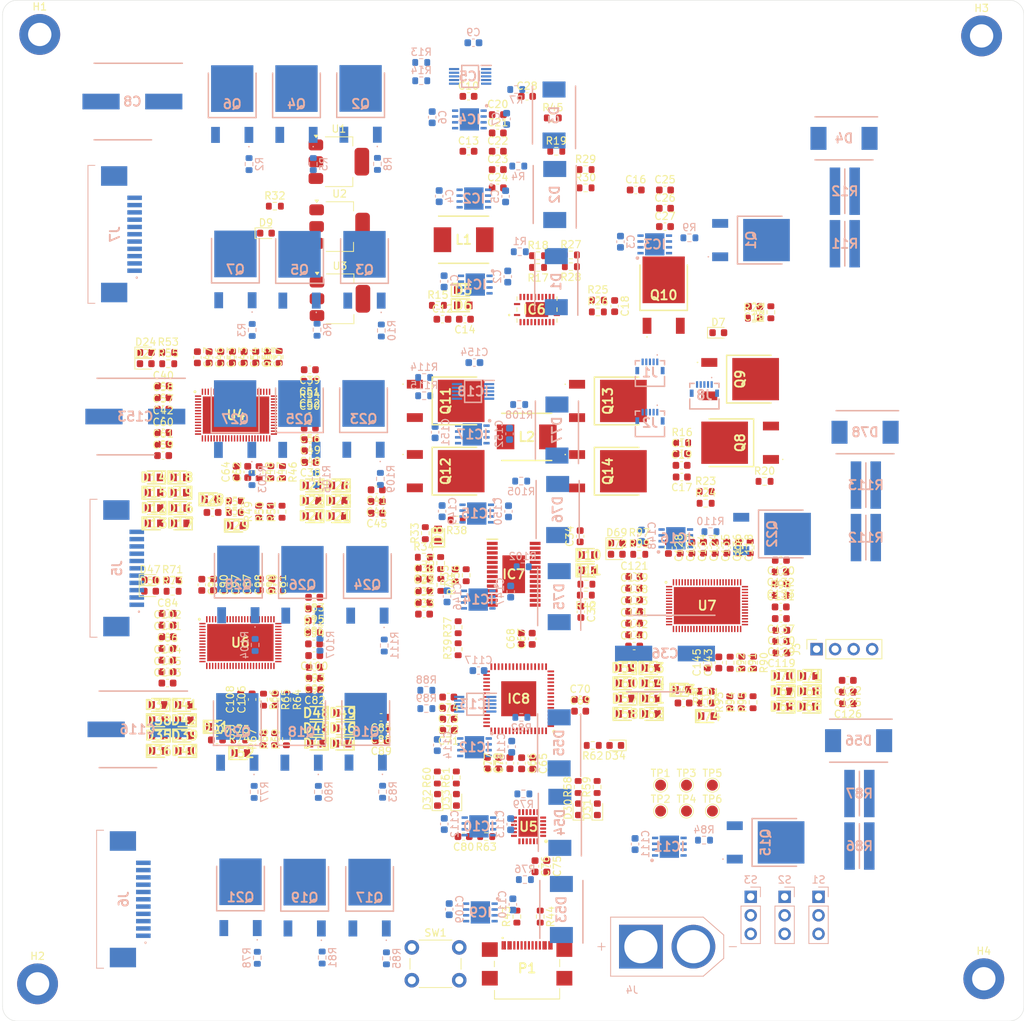
<source format=kicad_pcb>
(kicad_pcb (version 20240108) (generator "pcbnew") (generator_version "8.0")
  (layers (0 "F.Cu" signal) (1 "In1.Cu" signal) (2 "In2.Cu" signal) (31 "B.Cu" signal) (34 "B.Paste" user) (35 "F.Paste" user) (36 "B.SilkS" user "B.Silkscreen") (37 "F.SilkS" user "F.Silkscreen") (38 "B.Mask" user) (39 "F.Mask" user) (44 "Edge.Cuts" user))
  (net 0 "")
  (net 1 "Net-(IC4-HS)")
  (net 2 "Net-(D3-K)")
  (net 3 "Net-(U1-VI)")
  (net 4 "Net-(C11-Pad1)")
  (net 5 "Net-(IC6-AVCC)")
  (net 6 "+2.5V")
  (net 7 "Net-(D8-A)")
  (net 8 "Net-(IC6-TTC)")
  (net 9 "Net-(U2-VI)")
  (net 10 "Net-(IC6-ACP)")
  (net 11 "/voltageregulators/IC5_VREF")
  (net 12 "Net-(IC6-BTST)")
  (net 13 "Net-(IC6-SW_1)")
  (net 14 "Net-(U3-VI)")
  (net 15 "Net-(IC6-REGN)")
  (net 16 "Net-(IC6-SRP)")
  (net 17 "/IO/BATTVIN")
  (net 18 "Net-(IC7-VIN)")
  (net 19 "Net-(C30-Pad2)")
  (net 20 "Net-(IC7-COMP)")
  (net 21 "Net-(IC7-SS)")
  (net 22 "Net-(IC7-SLOPE)")
  (net 23 "Net-(D11-K)")
  (net 24 "Net-(IC8-VDDCORE)")
  (net 25 "Net-(IC9-HS)")
  (net 26 "Net-(D53-A)")
  (net 27 "Net-(IC10-HS)")
  (net 28 "Net-(D55-K)")
  (net 29 "/servo1/HALL_U")
  (net 30 "Net-(IC14-HS)")
  (net 31 "Net-(U4-VCCCORE3)")
  (net 32 "/servo1/HALL_V")
  (net 33 "/servo1/HALL_W")
  (net 34 "Net-(D2-A)")
  (net 35 "Net-(D3-A)")
  (net 36 "Net-(D5-K)")
  (net 37 "/IO/USBVIN")
  (net 38 "Net-(D8-K)")
  (net 39 "GND")
  (net 40 "+3.3V")
  (net 41 "Net-(D1-K)")
  (net 42 "Net-(D9-A)")
  (net 43 "Net-(U4-VCCCORE2)")
  (net 44 "SPI_SCK")
  (net 45 "Net-(U4-VCCCORE1)")
  (net 46 "Net-(D31-A)")
  (net 47 "/IO/RESETN")
  (net 48 "/servo2/HALL_U")
  (net 49 "Net-(D34-A)")
  (net 50 "Net-(U6-VCCCORE3)")
  (net 51 "/servo2/HALL_V")
  (net 52 "/servo2/HALL_W")
  (net 53 "Net-(U6-VCCCORE2)")
  (net 54 "SPI_MISO")
  (net 55 "Net-(U6-VCCCORE1)")
  (net 56 "Net-(D32-A)")
  (net 57 "SPI_MOSI")
  (net 58 "Net-(D53-K)")
  (net 59 "Net-(D54-K)")
  (net 60 "/servo3/HALL_U")
  (net 61 "Net-(U7-VCCCORE3)")
  (net 62 "Net-(D50-A)")
  (net 63 "/servo3/HALL_V")
  (net 64 "/servo3/HALL_W")
  (net 65 "Net-(D33-A)")
  (net 66 "/microcontrollers/SERVO3_STATUS")
  (net 67 "Net-(U7-VCCCORE2)")
  (net 68 "Net-(D55-A)")
  (net 69 "Net-(U7-VCCCORE1)")
  (net 70 "Net-(D75-K)")
  (net 71 "Net-(D76-K)")
  (net 72 "Net-(D75-A)")
  (net 73 "Net-(D51-A)")
  (net 74 "Net-(D76-A)")
  (net 75 "Net-(D56-A)")
  (net 76 "Net-(D78-A)")
  (net 81 "Net-(D77-K)")
  (net 83 "Net-(IC4-HO)")
  (net 84 "Net-(IC4-LO)")
  (net 85 "Net-(IC5-IN-2)")
  (net 86 "Net-(IC5-IN+1)")
  (net 87 "Net-(IC5-IN+2)")
  (net 88 "Net-(IC5-IN-1)")
  (net 89 "Net-(IC6-TS)")
  (net 90 "Net-(IC6-OVPSET)")
  (net 91 "Net-(IC6-ACSET)")
  (net 92 "Net-(IC6-~{BATDRV})")
  (net 93 "Net-(IC6-ISET)")
  (net 94 "Net-(IC6-CMSRC)")
  (net 95 "Net-(IC6-ACDRV)")
  (net 96 "Net-(IC7-MODE)")
  (net 97 "Net-(IC7-RT)")
  (net 98 "Net-(IC7-PGOOD)")
  (net 99 "Net-(IC7-VISNS)")
  (net 100 "Net-(IC7-EN{slash}UVLO)")
  (net 101 "Net-(IC7-FB)")
  (net 102 "Net-(IC7-CS)")
  (net 104 "Net-(IC7-CSG)")
  (net 105 "/microcontrollers/SERVO1_STATUS")
  (net 106 "/servo1/ADC_I0_POS")
  (net 107 "Net-(D73-A)")
  (net 108 "/microcontrollers/SERVO2_STATUS")
  (net 109 "/servo1/ADC_I1_POS")
  (net 110 "Net-(D24-A)")
  (net 111 "/microcontrollers/STATUS3")
  (net 112 "Net-(D30-A)")
  (net 113 "/servo2/ADC_I0_POS")
  (net 114 "/microcontrollers/STATUS2")
  (net 115 "/servo2/ADC_I1_POS")
  (net 116 "/microcontrollers/ERRLED")
  (net 117 "Net-(D47-A)")
  (net 118 "Net-(D54-A)")
  (net 119 "/servo3/ADC_I0_POS")
  (net 121 "/microcontrollers/STATUS1")
  (net 122 "Net-(D27-A)")
  (net 123 "/microcontrollers/SERVO3_PWM_I")
  (net 124 "/servo3/ADC_I1_POS")
  (net 126 "/IO/SWCLK")
  (net 127 "/IO/SWDIO")
  (net 128 "Net-(D69-A)")
  (net 129 "Net-(D72-A)")
  (net 131 "/microcontrollers/PROCLED")
  (net 132 "Net-(P1-PadA5)")
  (net 133 "/IO/D+")
  (net 134 "Net-(P1-PadB5)")
  (net 135 "Net-(D77-A)")
  (net 136 "Net-(D28-A)")
  (net 137 "/IO/D-")
  (net 138 "/drivergates1/BRAKE")
  (net 139 "/IO/OLED_SCL")
  (net 141 "Net-(IC9-HO)")
  (net 142 "Net-(IC9-LO)")
  (net 144 "/microcontrollers/SERVO2_PWM_I")
  (net 146 "Net-(IC10-HO)")
  (net 147 "/microcontrollers/SERVO2_DB_CS")
  (net 149 "SERVO_ENI")
  (net 153 "Net-(IC10-LO)")
  (net 157 "/IO/INT_IMU2")
  (net 163 "/IO/OLED_SDA")
  (net 170 "TMC_DB_MOSI")
  (net 172 "TMC_DB_SCK")
  (net 174 "/microcontrollers/SERVO3_DB_CS")
  (net 177 "TMC_DB_MISO")
  (net 180 "Net-(IC13-IN+2)")
  (net 181 "Net-(IC13-IN-1)")
  (net 182 "/microcontrollers/SERVO1_PWM_I")
  (net 185 "SERVO_CLK")
  (net 186 "Net-(IC13-IN+1)")
  (net 190 "Net-(IC13-IN-2)")
  (net 198 "Net-(IC14-HO)")
  (net 199 "Net-(D7-K)")
  (net 200 "Net-(IC14-LO)")
  (net 204 "Net-(D7-A)")
  (net 205 "Net-(IC1-HS)")
  (net 207 "Net-(IC2-HS)")
  (net 211 "+12V")
  (net 212 "Net-(Q1-G)")
  (net 213 "Net-(Q2-S)")
  (net 214 "Net-(Q2-G)")
  (net 215 "Net-(Q3-G)")
  (net 216 "Net-(Q4-G)")
  (net 217 "Net-(Q4-S)")
  (net 218 "Net-(Q5-G)")
  (net 219 "Net-(Q6-G)")
  (net 220 "Net-(Q8-G)")
  (net 221 "Net-(Q10-G)")
  (net 222 "Net-(Q12-S)")
  (net 223 "Net-(Q15-G)")
  (net 224 "Net-(Q16-G)")
  (net 225 "Net-(Q17-G)")
  (net 226 "Net-(Q18-S)")
  (net 227 "/voltageregulators/SW1")
  (net 228 "/voltageregulators/SW2")
  (net 229 "Net-(Q18-G)")
  (net 230 "Net-(Q19-G)")
  (net 231 "Net-(D1-A)")
  (net 232 "Net-(Q20-G)")
  (net 233 "Net-(Q21-G)")
  (net 234 "Net-(Q22-G)")
  (net 235 "Net-(IC12-HS)")
  (net 236 "Net-(Q23-G)")
  (net 237 "Net-(Q23-S)")
  (net 238 "Net-(IC15-HS)")
  (net 239 "Net-(D10-K)")
  (net 240 "Net-(Q24-G)")
  (net 241 "Net-(Q25-S)")
  (net 242 "Net-(Q25-G)")
  (net 243 "Net-(IC17-HS)")
  (net 244 "Net-(Q26-G)")
  (net 245 "Net-(Q27-G)")
  (net 246 "Net-(D2-K)")
  (net 247 "Net-(D4-A)")
  (net 248 "Net-(Q28-G)")
  (net 249 "Net-(D10-A)")
  (net 250 "/microcontrollers/SERVO1_DB_CS")
  (net 251 "/drivergates2/BRAKE")
  (net 252 "/drivergates3/PWM_W_L")
  (net 253 "/drivergates3/PWM_W_H")
  (net 254 "/microcontrollers/SERVO2_CS")
  (net 255 "/drivergates3/PWM_V_L")
  (net 256 "/drivergates3/PWM_V_H")
  (net 257 "/drivergates3/BRAKE")
  (net 258 "+5V")
  (net 259 "/drivergates3/PWM_U_L")
  (net 260 "/drivergates3/PWM_U_H")
  (net 261 "/drivergates3/PHASE_V")
  (net 262 "/drivergates3/PHASE_U")
  (net 263 "/microcontrollers/SERVO1_CS")
  (net 264 "/drivergates3/PHASE_W")
  (net 265 "Net-(U4-GPIO2_{slash}_ADC_VM_MCD)")
  (net 266 "Net-(Q7-G)")
  (net 267 "Net-(U6-GPIO2_{slash}_ADC_VM_MCD)")
  (net 268 "Net-(U7-GPIO2_{slash}_ADC_VM_MCD)")
  (net 269 "/microcontrollers/SERVO3_CS")
  (net 274 "/drivergates1/PWM_W_L")
  (net 275 "/drivergates1/PWM_W_H")
  (net 276 "/drivergates1/PWM_V_L")
  (net 277 "/drivergates1/PWM_V_H")
  (net 278 "/drivergates1/PWM_U_L")
  (net 279 "/drivergates1/PWM_U_H")
  (net 280 "/drivergates2/PWM_W_H")
  (net 281 "Net-(Q16-S)")
  (net 283 "Net-(IC18-IN+1)")
  (net 284 "/drivergates2/PWM_W_L")
  (net 285 "Net-(IC18-IN+2)")
  (net 286 "/drivergates2/PWM_V_H")
  (net 287 "/drivergates2/PWM_V_L")
  (net 288 "/drivergates2/PWM_U_H")
  (net 289 "/drivergates2/PWM_U_L")
  (net 294 "/IO/RX")
  (net 295 "/IO/TX")
  (net 296 "Net-(IC1-HO)")
  (net 298 "Net-(IC1-LO)")
  (net 299 "Net-(IC2-LO)")
  (net 301 "Net-(IC2-HO)")
  (net 302 "Net-(IC3-LO)")
  (net 307 "/voltageregulators/HDRV1")
  (net 308 "/voltageregulators/LDRV2")
  (net 309 "Net-(U4-GPIO7_{slash}_AENC_WY_MCD_{slash}_DBGSPI_TRG)")
  (net 310 "/voltageregulators/LDRV1")
  (net 311 "/voltageregulators/HDRV2")
  (net 312 "Net-(U4-NRST)")
  (net 313 "/IO/SCL_IMU1")
  (net 314 "Net-(U5-PA28{slash}~{RESET})")
  (net 315 "/IO/SDA_IMU2")
  (net 317 "Net-(U6-GPIO7_{slash}_AENC_WY_MCD_{slash}_DBGSPI_TRG)")
  (net 318 "/IO/SDA_IMU1")
  (net 319 "Net-(U6-NRST)")
  (net 320 "/IO/INT_IMU1")
  (net 322 "/IO/INT_IMU3")
  (net 323 "Net-(U7-GPIO7_{slash}_AENC_WY_MCD_{slash}_DBGSPI_TRG)")
  (net 324 "Net-(U7-NRST)")
  (net 329 "/IO/SCL_IMU2")
  (net 334 "Net-(IC11-LO)")
  (net 338 "Net-(IC12-LO)")
  (net 339 "Net-(IC12-HO)")
  (net 342 "Net-(IC15-HO)")
  (net 343 "Net-(IC15-LO)")
  (net 344 "Net-(IC16-LO)")
  (net 347 "Net-(IC17-LO)")
  (net 348 "Net-(IC17-HO)")
  (net 350 "Net-(IC18-IN-1)")
  (net 351 "Net-(IC18-IN-2)")
  (net 357 "/drivergates2/PHASE_V")
  (net 358 "/drivergates2/PHASE_W")
  (net 359 "/drivergates2/PHASE_U")
  (net 360 "/drivergates1/PHASE_W")
  (net 361 "/drivergates1/PHASE_V")
  (net 362 "/drivergates1/PHASE_U")
  (net 424 "/IO/BRAKE1")
  (net 425 "/IO/BRAKE2")
  (net 426 "/IO/BRAKE3")
  (net 429 "/IO/SCL_IMU3")
  (net 430 "/IO/SDA_IMU3")
  (footprint "Resistor_SMD:R_0603_1608Metric" (layer "F.Cu") (at 154.252501 38.45)
    (property "Reference" "R45")
    (property "Value" "10K")
  )
  (footprint "Capacitor_SMD:C_0603_1608Metric" (layer "F.Cu") (at 142.027501 137 180)
    (property "Reference" "C80")
    (property "Value" "100nF")
  )
  (footprint "kuben-footprints:DIOC1709X85N" (layer "F.Cu") (at 185.802501 119.18 180)
    (property "Reference" "D65")
    (property "Value" "4.7Vf 0.5A" (hide yes))
  )
  (footprint "Resistor_SMD:R_0603_1608Metric" (layer "F.Cu") (at 183.277501 88.29)
    (property "Reference" "R20")
    (property "Value" "4.02kΩ")
  )
  (footprint "TestPoint:TestPoint_Pad_D1.5mm" (layer "F.Cu") (at 172.577501 129.95)
    (property "Reference" "TP3")
    (property "Value" "GND")
  )
  (footprint "kuben-footprints:IPD047N03LF2SATMA1" (layer "F.Cu") (at 179.937501 74.27 -90)
    (property "Reference" "Q9")
    (property "Value" "30V 71A" (hide yes))
  )
  (footprint "Resistor_SMD:R_0603_1608Metric" (layer "F.Cu") (at 184.140001 65.1 90)
    (property "Reference" "R21")
    (property "Value" "5.23kΩ")
  )
  (footprint "Resistor_SMD:R_0603_1608Metric" (layer "F.Cu") (at 158.737501 48.04)
    (property "Reference" "R30")
    (property "Value" "10mΩ")
  )
  (footprint "Diode_SMD:D_0603_1608Metric" (layer "F.Cu") (at 163.015001 96.74)
    (property "Reference" "D69")
    (property "Value" "LED")
  )
  (footprint "Capacitor_SMD:C_0603_1608Metric" (layer "F.Cu") (at 165.427501 101.33)
    (property "Reference" "C121")
    (property "Value" "100nF")
  )
  (footprint "Resistor_SMD:R_0603_1608Metric" (layer "F.Cu") (at 102.137501 103.36)
    (property "Reference" "R73")
    (property "Value" "1kΩ")
  )
  (footprint "TestPoint:TestPoint_Pad_D1.5mm" (layer "F.Cu") (at 169.027501 133.5)
    (property "Reference" "TP2")
    (property "Value" "TX")
  )
  (footprint "Capacitor_SMD:C_0603_1608Metric" (layer "F.Cu") (at 121.522501 110.58)
    (property "Reference" "C94")
    (property "Value" "100nF")
  )
  (footprint "kuben-footprints:QFN50P900X900X100-65N-D" (layer "F.Cu") (at 149.577501 118.1 180)
    (property "Reference" "IC8")
    (property "Value" "ATSAME53J18A-MF" (hide yes))
  )
  (footprint "Resistor_SMD:R_0603_1608Metric" (layer "F.Cu") (at 142.377501 101.165 90)
    (property "Reference" "R36")
    (property "Value" "23.2kΩ")
  )
  (footprint "kuben-footprints:DIOC1709X85N" (layer "F.Cu") (at 189.402501 117.08 180)
    (property "Reference" "D68")
    (property "Value" "4.7Vf 0.5A" (hide yes))
  )
  (footprint "Resistor_SMD:R_0603_1608Metric" (layer "F.Cu") (at 166.102501 98.29)
    (property "Reference" "R99")
    (property "Value" "1kΩ")
  )
  (footprint "Resistor_SMD:R_0603_1608Metric" (layer "F.Cu") (at 120.922501 77.78)
    (property "Reference" "R54")
    (property "Value" "10kΩ")
  )
  (footprint "Resistor_SMD:R_0603_1608Metric" (layer "F.Cu") (at 110.662501 90.95 180)
    (property "Reference" "R56")
    (property "Value" "100kΩ")
  )
  (footprint "Capacitor_SMD:C_0603_1608Metric" (layer "F.Cu") (at 139.127501 66.05)
    (property "Reference" "C12")
    (property "Value" "2.2µF")
  )
  (footprint "Capacitor_SMD:C_0603_1608Metric" (layer "F.Cu") (at 113.037501 118.2 90)
    (property "Reference" "C106")
    (property "Value" "4.7µF")
  )
  (footprint "Capacitor_SMD:C_0603_1608Metric" (layer "F.Cu") (at 146.827501 126.925 90)
    (property "Reference" "C77")
    (property "Value" "100nF")
  )
  (footprint "Resistor_SMD:R_0603_1608Metric" (layer "F.Cu") (at 175.202501 89.68)
    (property "Reference" "R23")
    (property "Value" "4.02kΩ")
  )
  (footprint "Capacitor_SMD:C_0603_1608Metric" (layer "F.Cu") (at 120.997501 82.58 180)
    (property "Reference" "C49")
    (property "Value" "4.7µF")
  )
  (footprint "Diode_SMD:D_0603_1608Metric" (layer "F.Cu") (at 176.940001 67.9)
    (property "Reference" "D7")
    (property "Value" "LED")
  )
  (footprint "kuben-footprints:DIOC1709X85N" (layer "F.Cu") (at 164.152501 115.98)
    (property "Reference" "D60")
    (property "Value" "4.7Vf 0.5A" (hide yes))
  )
  (footprint "Capacitor_SMD:C_0603_1608Metric" (layer "F.Cu") (at 121.547501 104.18 180)
    (property "Reference" "C83")
    (property "Value" "100nF")
  )
  (footprint "Capacitor_SMD:C_0603_1608Metric" (layer "F.Cu") (at 185.562501 110.23 180)
    (property "Reference" "C129")
    (property "Value" "470nF")
  )
  (footprint "kuben-footprints:DIOC1709X85N" (layer "F.Cu") (at 167.752501 118.08)
    (property "Reference" "D61")
    (property "Value" "4.7Vf 0.5A" (hide yes))
  )
  (footprint "Resistor_SMD:R_0603_1608Metric" (layer "F.Cu") (at 160.427501 65.05)
    (property "Reference" "R26")
    (property "Value" "32.4kΩ")
  )
  (footprint "Capacitor_SMD:C_0603_1608Metric" (layer "F.Cu") (at 146.707501 38)
    (property "Reference" "C20")
    (property "Value" "10uF")
  )
  (footprint "Capacitor_SMD:C_0603_1608Metric" (layer "F.Cu") (at 114.137501 102.45 -90)
    (property "Reference" "C99")
    (property "Value" "470nF")
  )
  (footprint "Capacitor_SMD:C_0603_1608Metric" (layer "F.Cu") (at 100.837501 80)
    (property "Reference" "C42")
    (property "Value" "100nF")
  )
  (footprint "Resistor_SMD:R_0603_1608Metric" (layer "F.Cu") (at 101.537501 70.61)
    (property "Reference" "R53")
    (property "Value" "1kΩ")
  )
  (footprint "Resistor_SMD:R_0603_1608Metric" (layer "F.Cu") (at 156.727501 58.85 180)
    (property "Reference" "R28")
    (property "Value" "32.4kΩ")
  )
  (footprint "Capacitor_SMD:C_0603_1608Metric" (layer "F.Cu") (at 146.707501 45.53)
    (property "Reference" "C23")
    (property "Value" "1µF")
  )
  (footprint "Diode_SMD:D_0603_1608Metric" (layer "F.Cu") (at 157.767501 133.2625 90)
    (property "Reference" "D30")
    (property "Value" "LED")
  )
  (footprint "Resistor_SMD:R_0603_1608Metric" (layer "F.Cu") (at 138.877501 99.49 90)
    (property "Reference" "R31")
    (property "Value" "10Ω")
  )
  (footprint "Capacitor_SMD:C_0603_1608Metric" (layer "F.Cu") (at 120.947501 72.98 180)
    (property "Reference" "C39")
    (property "Value" "100nF")
  )
  (footprint "Capacitor_SMD:C_0603_1608Metric" (layer "F.Cu") (at 106.137501 102.475 -90)
    (property "Reference" "C91")
    (property "Value" "4.7µF")
  )
  (footprint "Resistor_SMD:R_0603_1608Metric" (layer "F.Cu") (at 114.537501 123.65 90)
    (property "Reference" "R67")
    (property "Value" "1kΩ")
  )
  (footprint "Resistor_SMD:R_0603_1608Metric" (layer "F.Cu") (at 180.092501 118.58 90)
    (property "Reference" "R94")
    (property "Value" "1kΩ")
  )
  (footprint "Capacitor_SMD:C_0603_1608Metric" (layer "F.Cu") (at 139.952501 122.45 180)
    (property "Reference" "C71")
    (property "Value" "10µF")
  )
  (footprint "Capacitor_SMD:C_0603_1608Metric" (layer "F.Cu") (at 178.102501 97.38 -90)
    (property "Reference" "C136")
    (property "Value" "470nF")
  )
  (footprint "Resistor_SMD:R_0603_1608Metric" (layer "F.Cu") (at 158.777501 103.89 180)
    (property "Reference" "R42")
    (property "Value" "2mΩ")
  )
  (footprint "Diode_SMD:D_0603_1608Metric" (layer "F.Cu") (at 160.357501 133.2625 90)
    (property "Reference" "D31")
    (property "Value" "LED")
  )
  (footprint "Capacitor_SMD:C_0603_1608Metric" (layer "F.Cu") (at 115.737501 102.475 -90)
    (property "Reference" "C81")
    (property "Value" "100nF")
  )
  (footprint "kuben-footprints:DIOC1709X85N" (layer "F.Cu") (at 141.977501 62.05)
    (property "Reference" "D5")
    (property "Value" "4.7Vf 0.5A" (hide yes))
  )
  (footprint "kuben-footprints:IPD047N03LF2SATMA1" (layer "F.Cu") (at 139.577501 77.25 -90)
    (property "Reference" "Q11")
    (property "Value" "30V 71A" (hide yes))
  )
  (footprint "Capacitor_SMD:C_0603_1608Metric" (layer "F.Cu") (at 165.617501 48.33)
    (property "Reference" "C16")
    (property "Value" "100nF")
  )
  (footprint "Capacitor_SMD:C_0603_1608Metric" (layer "F.Cu") (at 158.102501 106.19 -90)
    (property "Reference" "C35")
    (property "Value" "100nF")
  )
  (footprint "Capacitor_SMD:C_0603_1608Metric" (layer "F.Cu") (at 149.977501 126.95 -90)
    (property "Reference" "C66")
    (property "Value" "10µF")
  )
  (footprint "kuben-footprints:IPD047N03LF2SATMA1" (layer "F.Cu") (at 139.577501 86.89 -90)
    (property "Reference" "Q12")
    (property "Value" "30V 71A" (hide yes))
  )
  (footprint "Capacitor_SMD:C_0603_1608Metric" (layer "F.Cu") (at 177.002501 113.13 90)
    (property "Reference" "C143")
    (property "Value" "4.7µF")
  )
  (footprint "Resistor_SMD:R_0603_1608Metric" (layer "F.Cu") (at 138.502501 64.15)
    (property "Reference" "R15")
    (property "Value" "10Ω")
  )
  (footprint "Capacitor_SMD:C_0603_1608Metric" (layer "F.Cu") (at 151.507501 126.98 -90)
    (property "Reference" "C65")
    (property "Value" "100nF")
  )
  (footprint "Capacitor_SMD:C_0603_1608Metric" (layer "F.Cu") (at 107.737501 102.475 -90)
    (property "Reference" "C90")
    (property "Value" "100nF")
  )
  (footprint "kuben-footprints:BQ24133RGYR" (layer "F.Cu") (at 152.077501 64.725)
    (property "Reference" "IC6")
    (property "Value" "BQ24133RGYR" (hide yes))
  )
  (footprint "MountingHole:MountingHole_3.2mm_M3_DIN965_Pad" (layer "F.Cu") (at 83.627501 157.2)
    (property "Reference" "H2")
    (property "Value" "MountingHole")
  )
  (footprint "Capacitor_SMD:C_0603_1608Metric" (layer "F.Cu") (at 151.817501 141.075 -90)
    (property "Reference" "C76")
    (property "Value" "10µF")
  )
  (footprint "kuben-footprints:DIOC1709X85N" (layer "F.Cu") (at 171.952501 116.88)
    (property "Reference" "D73")
    (property "Value" "4.7Vf 0.5A" (hide yes))
  )
  (footprint "kuben-footprints:DIOC1709X85N" (layer "F.Cu") (at 164.152501 118.08 180)
    (property "Reference" "D57")
    (property "Value" "4.7Vf 0.5A" (hide yes))
  )
  (footprint "kuben-footprints:DIOC1709X85N" (layer "F.Cu") (at 99.537501 87.75 180)
    (property "Reference" "D14")
    (property "Value" "4.7Vf 0.5A" (hide yes))
  )
  (footprint "Capacitor_SMD:C_0603_1608Metric" (layer "F.Cu") (at 115.137501 71.275 -90)
    (property "Reference" "C37")
    (property "Value" "100nF")
  )
  (footprint "Diode_SMD:D_0603_1608Metric" (layer "F.Cu") (at 99.050001 103.35)
    (property "Reference" "D50")
    (property "Value" "LED")
  )
  (footprint "Capacitor_SMD:C_0603_1608Metric" (layer "F.Cu") (at 101.462501 106.4)
    (property "Reference" "C84")
    (property "Value" "100nF")
  )
  (footprint "kuben-footprints:INDPM6965X300N" (layer "F.Cu") (at 142.027501 55.15 180)
    (property "Reference" "L1")
    (property "Value" "3.3µH" (hide yes))
  )
  (footprint "kuben-footprints:DIOC1709X85N" (layer "F.Cu") (at 107.987501 121.95)
    (property "Reference" "D51")
    (property "Value" "4.7Vf 0.5A" (hide yes))
  )
  (footprint "Resistor_SMD:R_0603_1608Metric" (layer "F.Cu") (at 171.977501 82.99)
    (property "Reference" "R16")
    (property "Value" "2Ω")
  )
  (footprint "Resistor_SMD:R_0603_1608Metric" (layer "F.Cu") (at 101.537501 72.16)
    (property "Reference" "R55")
    (property "Value" "1kΩ")
  )
  (footprint "Resistor_SMD:R_0603_1608Metric" (layer "F.Cu") (at 141.077501 93.59 180)
    (property "Reference" "R38")
    (property "Value" "2kΩ")
  )
  (footprint "kuben-footprints:DIOC1709X85N" (layer "F.Cu") (at 99.587501 94.05)
    (property "Reference" "D13")
    (property "Value" "4.7Vf 0.5A" (hide yes))
  )
  (footprint "Diode_SMD:D_0603_1608Metric" (layer "F.Cu") (at 99.050001 101.81)
    (property "Reference" "D47")
    (property "Value" "LED")
  )
  (footprint "Resistor_SMD:R_0603_1608Metric" (layer "F.Cu") (at 138.427501 128.9 90)
    (property "Reference" "R60")
    (property "Value" "1kΩ")
  )
  (footprint "Capacitor_SMD:C_0603_1608Metric" (layer "F.Cu") (at 130.712501 120.65 180)
    (property "Reference" "C85")
    (property "Value" "100pF")
  )
  (footprint "kuben-footprints:DIOC1709X85N" (layer "F.Cu") (at 100.187501 123.15 180)
    (property "Reference" "D35")
    (property "Value" "4.7Vf 0.5A" (hide yes))
  )
  (footprint "Capacitor_SMD:C_0603_1608Metric" (layer "F.Cu") (at 100.837501 84.75)
    (property "Reference" "C59")
    (property "Value" "100nF")
  )
  (footprint "Capacitor_SMD:C_0603_1608Metric" (layer "F.Cu") (at 179.702501 97.405 -90)
    (property "Reference" "C118")
    (property "Value" "100nF")
  )
  (footprint "Resistor_SMD:R_0603_1608Metric" (layer "F.Cu") (at 160.327501 130.2 90)
    (property "Reference" "R59")
    (property "Value" "1kΩ")
  )
  (footprint "Capacitor_SMD:C_0603_1608Metric" (layer "F.Cu") (at 111.937501 71.275 -90)
    (property "Reference" "C54")
    (property "Value" "4.7µF")
  )
  (footprint "Resistor_SMD:R_0603_1608Metric" (layer "F.Cu") (at 111.262501 122.15 180)
    (property "Reference" "R74")
    (property "Value" "100kΩ")
  )
  (footprint "Capacitor_SMD:C_0603_1608Metric" (layer "F.Cu") (at 171.927501 84.49)
    (property "Reference" "C11")
    (property "Value" "2.2µF")
  )
  (footprint "Resistor_SMD:R_0603_1608Metric" (layer "F.Cu") (at 141.277501 108.29 90)
    (property "Reference" "R37")
    (property "Value" "280kΩ")
  )
  (footprint "Capacitor_SMD:C_0603_1608Metric" (layer "F.Cu") (at 174.902501 97.38 -90)
    (property "Reference" "C124")
    (property "Value" "100nF")
  )
  (footprint "Resistor_SMD:R_0603_1608Metric" (layer "F.Cu") (at 115.597501 87.025 -90)
    (property "Reference" "R47")
    (property "Value" "4.7kΩ")
  )
  (footprint "kuben-footprints:DIOC1709X85N" (layer "F.Cu") (at 103.737501 121.05 180)
    (property "Reference" "D42")
    (property "Value" "4.7Vf 0.5A" (hide yes))
  )
  (footprint "Capacitor_SMD:C_0603_1608Metric" (layer "F.Cu") (at 136.602501 101.69)
    (property "Reference" "C30")
    (property "Value" "33nF")
  )
  (footprint "kuben-footprints:DIOC1709X85N" (layer "F.Cu") (at 100.187501 121.05)
    (property "Reference" "D38")
    (property "Value" "4.7Vf 0.5A" (hide yes))
  )
  (footprint "Capacitor_SMD:C_0603_1608Metric" (layer "F.Cu") (at 107.137501 71.275 -90)
    (property "Reference" "C46")
    (property "Value" "100nF")
  )
  (footprint "Capacitor_SMD:C_0603_1608Metric" (layer "F.Cu") (at 173.302501 97.405 -90)
    (property "Reference" "C134")
    (property "Value" "470nF")
  )
  (footprint "kuben-footprints:SOP65P640X120-29N" (layer "F.Cu") (at 148.894501 101.025)
    (property "Reference" "IC7")
    (property "Value" "LM5176PWPR" (hide yes))
  )
  (footprint "Resistor_SMD:R_0603_1608Metric" (layer "F.Cu") (at 152.227501 58.95 180)
    (property "Reference" "R17")
    (property "Value" "1MΩ")
  )
  (footprint "Capacitor_SMD:C_0603_1608Metric" (layer "F.Cu") (at 146.707501 40.51)
    (property "Reference" "C21")
    (property "Value" "0.047µF")
  )
  (footprint "Package_TO_SOT_SMD:SOT-223-3_TabPin2" (layer "F.Cu") (at 125.077501 63.25)
    (property "Reference" "U3")
    (property "Value" "LD1117S50TR_SOT223")
  )
  (footprint "kuben-footprints:DIOC1709X85N" (layer "F.Cu") (at 141.977501 64.15)
    (property "Reference" "D6")
    (property "Value" "4.7Vf 0.5A" (hide yes))
  )
  (footprint "Capacitor_SMD:C_0603_1608Metric" (layer "F.Cu") (at 185.587501 111.81 180)
    (property "Reference" "C119")
    (property "Value" "100nF")
  )
  (footprint "Resistor_SMD:R_0603_1608Metric" (layer "F.Cu") (at 159.727501 124.5 180)
    (property "Reference" "R62")
    (property "Value" "1kΩ")
  )
  (footprint "kuben-footprints:QFN40P1050X650X90-77N" (layer "F.Cu") (at 110.827501 79.2)
    (property "Reference" "U4")
    (property "Value" "TMC4671-LA" (hide yes))
  )
  (footprint "Capacitor_SMD:C_0603_1608Metric" (layer "F.Cu") (at 130.137501 92.65 180)
    (property "Reference" "C45")
    (property "Value" "100pF")
  )
  (footprint "Capacitor_SMD:C_0603_1608Metric" (layer "F.Cu") (at 139.927501 119.4 180)
    (property "Reference" "C73")
    (property "Value" "10µF")
  )
  (footprint "Capacitor_SMD:C_0603_1608Metric" (layer "F.Cu") (at 110.862501 86.995 90)
    (property "Reference" "C64")
    (property "Value" "100nF")
  )
  (footprint "kuben-footprints:DIOC1709X85N" (layer "F.Cu") (at 100.187501 125.25)
    (property "Reference" "D36")
    (property "Value" "4.7Vf 0.5A" (hide yes))
  )
  (footprint "kuben-footprints:DIOC1709X85N" (layer "F.Cu") (at 121.237501 93.05 180)
    (property "Reference" "D20")
    (property "Value" "4.7Vf 0.5A" (hide yes))
  )
  (footprint "Package_TO_SOT_SMD:SOT-223-3_TabPin2" (layer "F.Cu") (at 124.927501 44.45)
    (property "Reference" "U1")
    (property "Value" "LD1117S25TR_SOT223")
  )
  (footprint "Capacitor_SMD:C_0603_1608Metric" (layer "F.Cu") (at 121.022501 85.68 180)
    (property "Reference" "C38")
    (property "Value" "100nF")
  )
  (footprint "Capacitor_SMD:C_0603_1608Metric" (layer "F.Cu") (at 121.622501 116.88 180)
    (property "Reference" "C82")
    (property "Value" "100nF")
  )
  (footprint "Package_TO_SOT_SMD:SOT-223-3_TabPin2" (layer "F.Cu") (at 125.027501 53.35)
    (property "Reference" "U2")
    (property "Value" "LD1117S33TR_SOT223")
  )
  (footprint "Capacitor_SMD:C_0603_1608Metric" (layer "F.Cu") (at 146.707501 48.04)
    (property "Reference" "C24")
    (property "Value" "0.1µF")
  )
  (footprint "Resistor_SMD:R_0603_1608Metric" (layer "F.Cu") (at 175.227501 118.68)
    (property "Reference" "R101")
    (property "Value" "20kΩ")
  )
  (footprint "kuben-footprints:DIOC1709X85N" (layer "F.Cu") (at 107.387501 90.75)
    (property "Reference" "D28")
    (property "Value" "4.7Vf 0.5A" (hide yes))
  )
  (footprint "Capacitor_SMD:C_0603_1608Metric" (layer "F.Cu") (at 120.997501 84.1 180)
    (property "Reference" "C48")
    (property "Value" "470nF")
  )
  (footprint "Resistor_SMD:R_0603_1608Metric" (layer "F.Cu") (at 158.852501 102.39)
    (property "Reference" "R41")
    (property "Value" "10kΩ")
  )
  (footprint "Capacitor_SMD:C_0603_1608Metric" (layer "F.Cu") (at 175.427501 113.125 90)
    (property "Reference" "C145")
    (property "Value" "100nF")
  )
  (footprint "Capacitor_SMD:C_0603_1608Metric" (layer "F.Cu") (at 165.402501 102.93)
    (property "Reference" "C139")
    (property "Value" "470nF")
  )
  (footprint "kuben-footprints:QFN40P1050X650X90-77N" (layer "F.Cu") (at 175.392501 105.33)
    (property "Reference" "U7")
    (property "Value" "TMC4671-LA" (hide yes))
  )
  (footprint "Capacitor_SMD:C_0603_1608Metric" (layer "F.Cu") (at 158.002501 118.2)
    (property "Reference" "C70")
    (property "Value" "100nF")
  )
  (footprint "Capacitor_SMD:C_0603_1608Metric" (layer "F.Cu") (at 151.427501 109.875 90)
    (property "Reference" "C67")
    (property "Value" "10µF")
  )
  (footprint "kuben-footprints:DIOC1709X85N" (layer "F.Cu") (at 121.237501 90.95 180)
    (property "Reference" "D22")
    (property "Value" "4.7Vf 0.5A" (hide yes))
  )
  (footprint "kuben-footprints:DIOC1709X85N" (layer "F.Cu") (at 103.787501 125.25 180)
    (property "Reference" "D40")
    (property "Value" "4.7Vf 0.5A" (hide yes))
  )
  (footprint "Resistor_SMD:R_0603_1608Metric" (layer "F.Cu") (at 175.227501 117.08 180)
    (property "Reference" "R100")
    (property "Value" "100kΩ")
  )
  (footprint "kuben-footprints:IPD70P04P4L08ATMA2" (layer "F.Cu") (at 169.447501 61.73)
    (property "Reference" "Q10")
    (property "Value" "40V 70A" (hide yes))
  )
  (footprint "Capacitor_SMD:C_0603_1608Metric" (layer "F.Cu") (at 111.462501 118.195 90)
    (property "Reference" "C108")
    (property "Value" "100nF")
  )
  (footprint "kuben-footprints:DIOC1709X85N" (layer "F.Cu") (at 138.527501 95.64 90)
    (property "Reference" "D8")
    (property "Value" "4.7Vf 0.5A" (hide yes))
  )
  (footprint "Capacitor_SMD:C_0603_1608Metric" (layer "F.Cu") (at 185.512501 99.11 180)
    (property "Reference" "C120")
    (property "Value" "100nF")
  )
  (footprint "Capacitor_SMD:C_0603_1608Metric" (layer "F.Cu") (at 110.337501 71.25 -90)
    (property "Reference" "C43")
    (property "Value" "100nF")
  )
  (footprint "kuben-footprints:DIOC1709X85N" (layer "F.Cu") (at 164.152501 120.18)
    (property "Reference" "D58")
    (property "Value" "4.7Vf 0.5A" (hide yes))
  )
  (footprint "Capacitor_SMD:C_0603_1608Metric" (layer "F.Cu") (at 112.537501 102.475 -90)
    (property "Reference" "C98")
    (property "Value" "4.7µF")
  )
  (footprint "Resistor_SMD:R_0603_1608Metric" (layer "F.Cu") (at 102.137501 101.81)
    (property "Reference" "R71")
    (property "Value" "1kΩ")
  )
  (footprint "Resistor_SMD:R_0603_1608Metric" (layer "F.Cu") (at 152.227501 57.34)
    (property "Reference" "R18")
    (property "Value" "100kΩ")
  )
  (footprint "kuben-footprints:DIOC1709X85N" (layer "F.Cu") (at 121.837501 120.05 180)
    (property "Reference" "D48")
    (property "Value" "4.7Vf 0.5A" (hide yes))
  )
  (footprint "Diode_SMD:D_0603_1608Metric" (layer "F.Cu") (at 163.015001 98.28)
    (property "Reference" "D72")
    (property "Value" "LED")
  )
  (footprint "Resistor_SMD:R_0603_1608Metric" (layer "F.Cu") (at 180.162501 113.155 -90)
    (property "Reference" "R91")
    (property "Value" "4.7kΩ")
  )
  (footprint "Resistor_SMD:R_0603_1608Metric" (layer "F.Cu") (at 181.815001 65.9)
    (property "Reference" "R22")
    (property "Value" "30.1kΩ")
  )
  (footprint "Capacitor_SMD:C_0603_1608Metric" (layer "F.Cu") (at 101.437501 112.8)
    (property "Reference" "C104")
    (property "Value" "4.7µF")
  )
  (footprint "Resistor_SMD:R_0603_1608Metric" (layer "F.Cu") (at 121.522501 108.98)
    (property "Reference" "R72")
    (property "Value" "10kΩ")
  )
  (footprint "Capacitor_SMD:C_0603_1608Metric" (layer "F.Cu") (at 120.922501 74.57 180)
    (property "Reference" "C51")
    (property "Value" "470nF")
  )
  (footprint "kuben-footprints:DIOC1709X85N" (layer "F.Cu") (at 167.702501 115.98 180)
    (property "Reference" "D64")
    (property "Value" "4.7Vf 0.5A" (hide yes))
  )
  (footprint "Diode_SMD:D_0603_1608Metric" (layer "F.Cu") (at 141.037501 131.9625 90)
    (property "Reference" "D33")
    (property "Value" "LED")
  )
  (footprint "kuben-footprints:QFN40P1050X650X90-77N" (layer "F.Cu") (at 111.427501 110.4)
    (property "Reference" "U6")
    (property "Value" "TMC4671-LA" (hide yes))
  )
  (footprint "Resistor_SMD:R_0603_1608Metric" (layer "F.Cu") (at 113.997501 87.025 -90)
    (property "Reference" "R48")
    (property "Value" "4.7kΩ")
  )
  (footprint "Capacitor_SMD:C_0603_1608Metric" (layer "F.Cu") (at 130.112501 91.05 180)
    (property "Reference" "C44")
    (property "Value" "100pF")
  )
  (footprint "Resistor_SMD:R_0603_1608Metric" (layer "F.Cu") (at 117.737501 123.65 90)
    (property "Reference" "R69")
    (property "Value" "1kΩ")
  )
  (footprint "Capacitor_SMD:C_0603_1608Metric" (layer "F.Cu") (at 121.522501 107.38 180)
    (property "Reference" "C96")
    (property "Value" "4.7µF")
  )
  (footprint "MountingHole:MountingHole_3.2mm_M3_DIN965_Pad" (layer "F.Cu") (at 83.927501 27)
    (property "Reference" "H1")
    (property "Value" "MountingHole")
  )
  (footprint "Capacitor_SMD:C_0603_1608Metric" (layer "F.Cu") (at 130.737501 123.85 180)
    (property "Reference" "C89")
    (property "Value" "100pF")
  )
  (footprint "Resistor_SMD:R_0603_1608Metric" (layer "F.Cu") (at 152.527501 147.975 -90)
    (property "Reference" "R44")
    (property "Value" "5.1kΩ")
  )
  (footprint "Resistor_SMD:R_0603_1608Metric" (layer "F.Cu") (at 115.527501 92.45 90)
    (property "Reference" "R50")
    (property "Value" "1kΩ")
  )
  (footprint "Capacitor_SMD:C_0603_1608Metric" (layer "F.Cu") (at 100.837501 81.6)
    (property "Reference" "C60")
    (property "Value" "4.7µF")
  )
  (footprint "Capacitor_SMD:C_0603_1608Metric" (layer "F.Cu") (at 130.712501 122.25 180)
    (property "Reference" "C88")
    (property "Value" "100pF")
  )
  (footprint "Capacitor_SMD:C_0603_1608Metric" (layer "F.Cu") (at 171.702501 97.405 -90)
    (property "Reference" "C127")
    (property "Value" "100nF")
  )
  (footprint "Capacitor_SMD:C_0603_1608Metric" (layer "F.Cu") (at 139.952501 120.9 180)
    (property "Reference" "C72")
    (property "Value" "100nF")
  )
  (footprint "Resistor_SMD:R_0603_1608Metric" (layer "F.Cu") (at 117.797501 118.225 -90)
    (property "Reference" "R64")
    (property "Value" "4.7kΩ")
  )
  (footprint "Resistor_SMD:R_0603_1608Metric" (layer "F.Cu") (at 154.727501 43.02)
    (property "Reference" "R19")
    (property "Value" "1.5kΩ")
  )
  (footprint "Resistor_SMD:R_0603_1608Metric" (layer "F.Cu") (at 181.762501 113.155 -90)
    (property "Reference" "R90")
    (property "Value" "4.7kΩ")
  )
  (footprint "kuben-footprints:DIOC1709X85N" (layer "F.Cu") (at 185.802501 117.08 180)
    (property "Reference" "D67")
    (property "Value" "4.7Vf 0.5A" (hide yes))
  )
  (footprint "Resistor_SMD:R_0603_1608Metric" (layer "F.Cu") (at 111.262501 123.75)
    (property "Reference" "R75")
    (property "Value" "20kΩ")
  )
  (footprint "kuben-footprints:DIOC1709X85N" (layer "F.Cu") (at 103.137501 87.75)
    (property "Reference" "D18")
    (property "Value" "4.7Vf 0.5A" (hide yes))
  )
  (footprint "kuben-footprints:DIOC1709X85N" (layer "F.Cu") (at 185.802501 114.98 180)
    (property "Reference" "D70")
    (property "Value" "4.7Vf 0.5A" (hide yes))
  )
  (footprint "TestPoint:TestPoint_Pad_D1.5mm" (layer "F.Cu") (at 176.127501 129.95)
    (property "Reference" "TP5")
    (property "Value" "SWDIO")
  )
  (footprint "Capacitor_SMD:C_0603_1608Metric" (layer "F.Cu") (at 101.437501 109.6)
    (property "Reference" "C101")
    (property "Value" "4.7µF")
  )
  (footprint "Capacitor_SMD:C_0603_1608Metric" (layer "F.Cu") (at 148.377501 126.925 90)
    (property "Reference" "C78")
    (property "Value" "4.7µF")
  )
  (footprint "kuben-footprints:DIOC1709X85N" (layer "F.Cu") (at 124.837501 88.85 180)
    (property "Reference" "D26")
    (property "Value" "4.7Vf 0.5A" (hide yes))
  )
  (footprint "Resistor_SMD:R_0603_1608Metric" (layer "F.Cu") (at 149.327501 147.975 90)
    (property "Reference" "R43")
    (property "Value" "5.1kΩ")
  )
  (footprint "kuben-footprints:DIOC1709X85N" (layer "F.Cu") (at 159.077501 100.49)
    (property "Reference" "D11")
    (property "Value" "4.7Vf 0.5A" (hide yes))
  )
  (footprint "Capacitor_SMD:C_0603_1608Metric" (layer "F.Cu") (at 181.865001 64.3 180)
    (property "Reference" "C15")
    (property "Value" "0.1µF")
  )
  (footprint "Connector_PinSocket_2.54mm:PinSocket_1x04_P2.54mm_Vertical" (layer "F.Cu") (at 190.407501 111.3 90)
    (property "Reference" "J3")
    (property "Value" "Conn_01x04_Socket")
  )
  (footprint "Resistor_SMD:R_0603_1608Metric" (layer "F.Cu") (at 158.737501 45.53)
    (property "Reference" "R29")
    (property "Value" "1kΩ")
  )
  (footprint "Resistor_SMD:R_0603_1608Metric" (layer "F.Cu") (at 116.152501 50.55)
    (property "Reference" "R32")
    (property "Value" "1kΩ")
  )
  (footprint "Resistor_SMD:R_0603_1608Metric" (layer "F.Cu") (at 181.302501 97.355 90)
    (property "Reference" "R96")
    (property "Value" "10kΩ")
  )
  (footprint "Capacitor_SMD:C_0603_1608Metric" (layer "F.Cu") (at 171.902501 86.09)
    (property "Reference" "C19")
    (property "Value" "1µF")
  )
  (footprint "kuben-footprints:DIOC1709X85N" (layer "F.Cu") (at 159.077501 98.39)
    (property "Reference" "D10")
    (property "Value" "4.7Vf 0.5A" (hide yes))
  )
  (footprint "Capacitor_SMD:C_0603_1608Metric" (layer "F.Cu") (at 108.212501 123.75)
    (property "Reference" "C107")
    (property "Value" "10nF")
  )
  (footprint "kuben-footprints:DIOC1709X85N" (layer "F.Cu") (at 111.487501 125.55)
    (property "Reference" "D52")
    (property "Value" "4.7Vf 0.5A" (hide yes))
  )
  (footprint "kuben-footprints:USB4110GFA" (layer "F.Cu") (at 150.727501 155.6)
    (property "Reference" "P1")
    (property "Value" "USB_C_Plug_USB2.0" (hide yes))
  )
  (footprint "Resistor_SMD:R_0603_1608Metric" (layer "F.Cu") (at 166.102501 96.74)
    (property "Reference" "R97")
    (property "Value" "1kΩ")
  )
  (footprint "Resistor_SMD:R_0603_1608Metric" (layer "F.Cu") (at 181.702501 118.58 90)
    (property "Reference" "R95")
    (property "Value" "1kΩ")
  )
  (footprint "Capacitor_SMD:C_0603_1608Metric" (layer "F.Cu") (at 149.927501 109.875 90)
    (property "Reference" "C68")
    (property "Value" "100nF")
  )
  (footprint "kuben-footprints:DIOC1709X85N" (layer "F.Cu") (at 100.137501 118.95 180)
    (property "Reference" "D37")
    (property "Value" "4.7Vf 0.5A" (hide yes))
  )
  (footprint "Capacitor_SMD:C_0603_1608Metric" (layer "F.Cu") (at 100.837501 76.8)
    (property "Reference" "C58")
    (property "Value" "470nF")
  )
  (footprint "Resistor_SMD:R_0603_1608Metric" (layer "F.Cu") (at 116.197501 118.225 -90)
    (property "Reference" "R65")
    (property "Value" "4.7kΩ")
  )
  (footprint "kuben-footprints:DIOC1709X85N" (layer "F.Cu") (at 189.402501 114.98 180)
    (property "Reference" "D71")
    (property "Value" "4.7Vf 0.5A" (hide yes))
  )
  (footprint "kuben-footprints:DIOC1709X85N" (layer "F.Cu") (at 103.737501 118.95)
    (property "Reference" "D41")
    (property "Value" "4.7Vf 0.5A" (hide yes))
  )
  (footprint "Resistor_SMD:R_0603_1608Metric" (layer "F.Cu") (at 140.877501 101.19 90)
    (property "Reference" "R35")
    (property "Value" "93.1kΩ")
  )
  (footprint "kuben-footprints:DIOC1709X85N" (layer "F.Cu") (at 110.887501 94.35)
    (property "Reference" "D29")
    (property "Value" "4.7Vf 0.5A" (hide yes))
  )
  (footprint "Capacitor_SMD:C_0603_1608Metric" (layer "F.Cu") (at 113.537501 71.25 -90)
    (property "Reference" "C55")
    (property "Value" "470nF")
  )
  (footprint "Capacitor_SMD:C_0603_1608Metric" (layer "F.Cu") (at 100.837501 83.2)
    (property "Reference" "C61")
    (property "Value" "470nF")
  )
  (footprint "Resistor_SMD:R_0603_1608Metric" (layer "F.Cu") (at 185.487501 103.91)
    (property "Reference" "R98")
    (property "Value" "10kΩ")
  )
  (footprint "Capacitor_SMD:C_0603_1608Metric" (layer "F.Cu") (at 145.277501 126.925 -90)
    (property "Reference" "C79")
    (property "Value" "100nF")
  )
  (footprint "Capacitor_SMD:C_0603_1608Metric" (layer "F.Cu") (at 162.727501 64.25 -90)
    (property "Reference" "C18")
    (property "Value" "1µF")
  )
  (footprint "Capacitor_SMD:C_0603_1608Metric" (layer "F.Cu") (at 136.602501 106.49)
    (property "Reference" "C33")
    (property "Value" "220pF")
  )
  (footprint "Resistor_SMD:R_0603_1608Metric" (layer "F.Cu") (at 160.427501 63.44)
    (property "Reference" "R25")
    (property "Value" "232kΩ")
  )
  (footprint "Capacitor_SMD:C_0603_1608Metric" (layer "F.Cu") (at 105.537501 71.275 -90)
    (property "Reference" "C47")
    (property "Value" "4.7µF")
  )
  (footprint "Resistor_SMD:R_0603_1608Metric" (layer "F.Cu") (at 138.907501 102.49 -90)
    (property "Reference" "R40")
    (property "Value" "9.09kΩ")
  )
  (footprint "Resistor_SMD:R_0603_1608Metric" (layer "F.Cu") (at 178.562501 113.155 -90)
    (property "Reference" "R92")
    (property "Value" "4.7kΩ")
  )
  (footprint "Resistor_SMD:R_0603_1608Metric" (layer "F.Cu") (at 116.127501 123.65 90)
    (property "Reference" "R68")
    (property "Value" "1kΩ")
  )
  (footprint "Capacitor_SMD:C_0603_1608Metric" (layer "F.Cu") (at 194.702501 118.78 180)
    (property "Reference" "C126")
    (property "Value" "100pF")
  )
  (footprint "Capacitor_SMD:C_0603_1608Metric" (layer "F.Cu") (at 158.002501 119.8)
    (property "Reference" "C69")
    (property "Value" "10µF")
  )
  (footprint "Capacitor_SMD:C_0603_1608Metric" (layer "F.Cu") (at 176.502501 97.405 -90)
    (property "Reference" "C135")
    (property "Value" "4.7µF")
  )
  (footprint "Capacitor_SMD:C_0603_1608Metric" (layer "F.Cu") (at 194.677501 117.18 180)
    (property "Reference" "C125")
    (property "Value" "100pF")
  )
  (footprint "Diode_SMD:D_0603_1608Metric" (layer "F.Cu") (at 98.450001 70.61)
    (property "Reference" "D24")
    (property "Value" "LED")
  )
  (footprint "Resistor_SMD:R_0603_1608Metric" (layer "F.Cu") (at 136.577501 98.69)
    (property "Reference" "R34")
    (property "Value" "133kΩ")
  )
  (footprint "Resistor_SMD:R_0603_1608Metric" (layer "F.Cu") (at 117.137501 92.45 90)
    (property "Reference" "R51")
    (property "Value" "1kΩ")
  )
  (footprint "TestPoint:TestPoint_Pad_D1.5mm" (layer "F.Cu") (at 169.027501 129.95)
    (property "Reference" "TP1")
    (property "Value" "RX")
  )
  (footprint "Capacitor_SMD:C_0603_1608Metric" (layer "F.Cu") (at 185.512501 107.11 180)
    (property "Reference" "C137")
    (property "Value" "100nF")
  )
  (footprint "TestPoint:TestPoint_Pad_D1.5mm" (layer "F.Cu") (at 176.127501 133.5)
    (property "Reference" "TP6")
    (property "Value" "GND")
  )
  (footprint "Resistor_SMD:R_0603_1608Metric" (layer "F.Cu") (at 145.127501 137 180)
    (property "Reference" "R63")
    (property "Value" "10kΩ")
  )
  (footprint "Capacitor_SMD:C_0603_1608Metric" (layer "F.Cu") (at 165.402501 109.33)
    (property "Reference" "C142")
    (property "Value" "470nF")
  )
  (footprint "Capacitor_SMD:C_0603_1608Metric" (layer "F.Cu") (at 107.612501 92.55)
    (property "Reference" "C63")
    (property "Value" "10nF")
  )
  (footprint "Capacitor_SMD:C_0603_1608Metric" (layer "F.Cu") (at 120.947501 80.98 180)
    (property "Reference" "C56")
    (property "Value" "100nF")
  )
  (footprint "Capacitor_SMD:C_0603_1608Metric" (layer "F.Cu") (at 146.707501 43.02)
    (property "Reference" "C22")
    (property "Value" "100nF")
  )
  (footprint "Resistor_SMD:R_0603_1608Metric" (layer "F.Cu") (at 116.737501 71.225 90)
    (property "Reference" "R52")
    (property "Value" "10kΩ")
  )
  (footprint "kuben-footprints:DIOC1709X85N" (layer "F.Cu") (at 103.787501 123.15)
    (property "Reference" "D39")
    (property "Value" "4.7Vf 0.5A" (hide yes))
  )
  (footprint "Capacitor_SMD:C_0603_1608Metric" (layer "F.Cu") (at 172.177501 118.68)
    (property "Reference" "C144")
    (property "Value" "10nF")
  )
  (footprint "Capacitor_SMD:C_0603_1608Metric" (layer "F.Cu") (at 109.337501 102.475 -90)
    (property "Reference" "C97")
    (property "Value" "470nF")
  )
  (footprint "kuben-footprints:DIOC1709X85N" (layer "F.Cu") (at 167.702501 113.88)
    (property "Reference" "D63")
    (property "Value" "4.7Vf 0.5A" (hide yes))
  )
  (footprint "Capacitor_SMD:C_0603_1608Metric" (layer "F.Cu") (at 142.697501 43.02)
    (property "Reference" "C13")
    (property "Value" "10uF")
  )
  (footprint "Resistor_SMD:R_0603_1608Metric" (layer "F.Cu") (at 157.727501 130.2 90)
    (property "Reference" "R58")
    (property "Value" "1kΩ")
  )
  (footprint "Capacitor_SMD:C_0603_1608Metric" (layer "F.Cu") (at 101.437501 111.2)
    (property "Reference" "C86")
    (property "Value" "100nF")
  )
  (footprint "kuben-footprints:DIOC1709X85N" (layer "F.Cu") (at 99.587501 89.85)
    (property "Reference" "D15")
    (property "Value" "4.7Vf 0.5A" (hide yes))
  )
  (footprint "Capacitor_SMD:C_0603_1608Metric" (layer "F.Cu") (at 101.437501 115.95)
    (property "Reference" "C103")
    (property "Value" "100nF")
  )
  (footprint "kuben-footprints:DIOC1709X85N" (layer "F.Cu") (at 124.787501 93.05 180)
    (property "Reference" "D21")
    (property "Value" "4.7Vf 0.5A" (hide yes))
  )
  (footprint "Resistor_SMD:R_0603_1608Metric" (layer "F.Cu") (at 175.202501 91.29)
    (property "Reference" "R24")
    (property "Value" "20mΩ")
  )
  (footprint "Button_Switch_THT:SW_PUSH_6mm" (layer "F.Cu") (at 134.927501 152.2)
    (property "Reference" "SW1")
    (property "Value" "PUSH")
  )
  (footprint "Resistor_SMD:R_0603_1608Metric" (layer "F.Cu") (at 156.727501 57.24)
    (property "Reference" "R27")
    (property "Value" "100kΩ")
  )
  (footprint "Capacitor_SMD:C_0603_1608Metric" (layer "F.Cu") (at 171.927501 87.69 180)
    (property "Reference" "C17")
    (property "Value" "0.1µF")
  )
  (footprint "Resistor_SMD:R_0603_1608Metric" (layer "F.Cu") (at 178.502501 118.58 90)
    (property "Reference" "R93")
    (property "Value" "1kΩ")
  )
  (footprint "kuben-footprints:DIOC1709X85N" (layer "F.Cu") (at 99.587501 91.95 180)
    (property "Reference" "D12")
    (property "Value" "4.7Vf 0.5A" (hide yes))
  )
  (footprint "Resistor_SMD:R_0603_1608Metric" (layer "F.Cu") (at 136.777501 95.39 90)
    (property "Reference" "R33")
    (property "Value" "240kΩ")
  )
  (footprint "Capacitor_SMD:C_0603_1608Metric" (layer "F.Cu") (at 121.547501 112.18 180)
    (property "Reference" "C100")
    (property "Value" "100nF")
  )
  (footprint "Capacitor_SMD:C_0603_1608Metric" (layer "F.Cu") (at 142.697501 35.49)
    (property "Reference" "C10")
    (property "Value" "100nF")
  )
  (footprint "Capacitor_SMD:C_0603_1608Metric" (layer "F.Cu") (at 165.402501 104.53)
    (property "Reference" "C138")
    (property "Value" "4.7µF")
  )
  (footprint "kuben-footprints:QFN50P400X400X90-25N-D" (layer "F.Cu") (at 150.927501 135.65 180)
    (property "Reference" "U5")
    (property "Value" "ATSAMD11D14A-M" (hide yes))
  )
  (footprint "Diode_SMD:D_0603_1608Metric" (layer "F.Cu") (at 162.815001 124.5 180)
    (property "Reference" "D34")
    (property "Value" "LED")
  )
  (footprint "Capacitor_SMD:C_0603_1608Metric" (layer "F.Cu") (at 100.837501 78.4)
    (property "Reference" "C57")
    (property "Value" "4.7µF")
  )
  (footprint "kuben-footprints:DIOC1709X85N" (layer "F.Cu") (at 103.187501 91.95)
    (property "Reference" "D16")
    (property "Value" "4.7Vf 0.5A" (hide yes))
  )
  (footprint "Capacitor_SMD:C_0603_1608Metric" (layer "F.Cu") (at 194.677501 115.58 180)
    (property "Reference" "C122")
    (property "Value" "100pF")
  )
  (footprint "Capacitor_SMD:C_0603_1608Metric" (layer "F.Cu") (at 169.627501 48.33)
    (property "Reference" "C25")
    (property "Value" "0.1µF")
  )
  (footprint "MountingHole:MountingHole_3.2mm_M3_DIN965_Pad" (layer "F.Cu") (at 213.027501 27.2)
    (property "Reference" "H3")
    (property "Value" "MountingHole")
  )
  (footprint "Capacitor_SMD:C_0603_1608Metric" (layer "F.Cu") (at 185.487501 102.31 180)
    (property "Reference" "C133")
    (property "Value" "4.7µF")
  )
  (footprint "Capacitor_SMD:C_0603_1608Metric" (layer "F.Cu") (at 169.627501 50.84)
    (property "Reference" "C26")
    (property "Value" "10uF")
  )
  (footprint "Capacitor_SMD:C_0603_1608Metric" (layer "F.Cu") (at 101.437501 114.4)
    (property "Reference" "C105")
    (property "Value" "470nF")
  )
  (footprint "kuben-footprints:DIOC1709X85N" (layer "F.Cu") (at 189.352501 119.18 180)
    (property "Reference" "D66")
    (property "Value" "4.7Vf 0.5A" (hide yes))
  )
  (footprint "kuben-footprints:DIOC1709X85N" (layer "F.Cu") (at 164.102501 113.88 180)
    (property "Reference" "D59")
    (property "Value" "4.7Vf 0.5A" (hide yes))
  )
  (footprint "Capacitor_SMD:C_0603_1608Metric" (layer "F.Cu") (at 170.102501 97.405 -90)
    (property "Reference" "C128")
    (property "Value" "4.7µF")
  )
  (footprint "Capacitor_SMD:C_0603_1608Metric" (layer "F.Cu") (at 169.627501 53.35)
    (property "Reference" "C27")
    (property "Value" "10µF")
  )
  (footprint "kuben-footprints:DIOC1709X85N" (layer "F.Cu") (at 125.437501 122.15 180)
    (property "Reference" "D46")
    (property "Value" "4.7Vf 0.5A" (hide yes))
  )
  (footprint "TestPoint:TestPoint_Pad_D1.5mm" (layer "F.Cu") (at 172.577501 133.5)
    (property "Reference" "TP4")
    (property "Value" "SWCLK")
  )
  (footprint "kuben-footprints:DIOC1709X85N" (layer "F.Cu") (at 121.237501 88.85 180)
    (property "Reference" "D25")
    (property "Value" "4.7Vf 0.5A" (hide yes))
  )
  (footprint "Capacitor_SMD:C_0603_1608Metric" (layer "F.Cu") (at 130.112501 89.45 180)
    (property "Reference" "C41")
    (property "Value" "100pF")
  )
  (footprint "kuben-footprints:IPD047N03LF2SATMA1" (layer "F.Cu") (at 179.917501 82.99 90)
    (property "Reference" "Q8")
    (property "Value" "30V 71A" (hide yes))
  )
  (footprint "Capacitor_SMD:C_0603_1608Metric" (layer "F.Cu") (at 165.402501 107.73)
    (property "Reference" "C141")
    (property "Value" "4.7µF")
  )
  (footprint "Capacitor_SMD:C_0603_1608Metric" (layer "F.Cu") (at 165.402501 110.88)
    (property "Reference" "C140")
    (property "Value" "100nF")
  )
  (footprint "kuben-footprints:DIOC1709X85N" (layer "F.Cu") (at 124.837501 90.95 180)
    (property "Reference" "D23")
    (property "Value" "4.7Vf 0.5A" (hide yes))
  )
  (footprint "kuben-footprints:DIOC1709X85N" (layer "F.Cu") (at 103.137501 89.85 180)
    (property "Reference" "D19")
    (property "Value" "4.7Vf 0.5A" (hide yes))
  )
  (footprint "Capacitor_SMD:C_0603_1608Metric" (layer "F.Cu") (at 108.737501 71.275 -90)
    (property "Reference" "C53")
    (property "Value" "470nF")
  )
  (footprint "Capacitor_SMD:C_0603_1608Metric" (layer "F.Cu") (at 153.427501 141.075 -90)
    (property "Reference" "C75")
    (property "Value" "100nF")
  )
  (footprint "Capacitor_SMD:C_0603_1608Metric" (layer "F.Cu") (at 142.202501 66.05 180)
    (property "Reference" "C14")
    (property "Value" "10µF")
  )
  (footprint "Capacitor_SMD:C_0603_1608Metric" (layer "F.Cu") (at 101.437501 108)
    (property "Reference" "C102")
    (property "Value" "470nF")
  )
  (footprint "Capacitor_SMD:C_0603_1608Metric" (layer "F.Cu") (at 121.522501 105.77 180)
    (property "Reference" "C95")
    (property "Value" "470nF")
  )
  (footprint "Capacitor_SMD:C_0603_1608Metric" (layer "F.Cu") (at 139.927501 117.87 180)
    (property "Reference" "C74")
    (property "Value" "100nF")
  )
  (footprint "kuben-footprints:DIOC1709X85N" (layer "F.Cu") (at 125.387501 124.25 180)
    (property "Reference" "D44")
    (property "Value" "4.7Vf 0.5A" (hide yes))
  )
  (footprint "kuben-footprints:DIOC1709X85N" (layer "F.Cu") (at 103.187501 94.05 180)
    (property "Reference" "D17")
    (property "Value" "4.7Vf 0.5A" (hide yes))
  )
  (footprint "Capacitor_SMD:C_0603_1608Metric" (layer "F.Cu") (at 100.862501 75.2)
    (property "Reference" "C40")
    (property "Value" "100nF")
  )
  (footprint "MountingHole:MountingHole_3.2mm_M3_DIN965_Pad" (layer "F.Cu") (at 213.327501 156.5)
    (property "Reference" "H4")
    (property "Value" "MountingHole")
  )
  (footprint "Capacitor_SMD:C_0603_1608Metric" (layer "F.Cu") (at 185.487501 105.51)
    (property "Reference" "C131")
    (property "Value" "100nF")
  )
  (footprint "Capacitor_SMD:C_0603_1608Metric" (layer "F.Cu") (at 185.487501 100.7 180)
    (property "Reference" "C132")
    (property "Value" "470nF")
  )
  (footprint "Resistor_SMD:R_0603_1608Metric" (layer "F.Cu") (at 117.337501 102.425 90)
    (property "Reference" "R70")
    (property "Value" "10kΩ")
  )
  (footprint "kuben-footprints:DIOC1709X85N" (layer "F.Cu") (at 121.837501 122.15 180)
    (property "Reference" "D45")
    (property "Value" "4.7Vf 0.5A" (hide yes))
  )
  (footprint "Resistor_SMD:R_0603_1608Metric" (layer "F.Cu") (at 141.027501 128.9 90)
    (property "Reference" "R61")
    (property "Value" "1kΩ")
  )
  (footprint "Resistor_SMD:R_0603_1608Metric" (layer "F.Cu") (at 110.662501 92.55)
    (property "Reference" "R57")
    (property "Value" "20kΩ")
  )
  (footprint "Capacitor_SMD:C_0603_1608Metric" (layer "F.Cu") (at 150.717501 35.49)
    (property "Reference" "C28")
    (property "Value" "10µF")
  )
  (footprint "Capacitor_SMD:C_0603_1608Metric" (layer "F.Cu") (at 121.597501 113.78 180)
    (property "Reference" "C93")
    (property "Value" "4.7µF")
  )
  (footprint "Capacitor_SMD:C_0603_1608Metric" (layer "F.Cu") (at 165.402501 106.13)
    (property "Reference" "C123")
    (property "Value" "100nF")
  )
  (footprint "Resistor_SMD:R_0603_1608Metric" (layer "F.Cu") (at 114.597501 118.225 -90)
    (property "Reference" "R66")
    (property "Value" "4.7kΩ")
  )
  (footprint "Capacitor_SMD:C_0603_1608Metric" (layer "F.Cu") (at 136.602501 104.89)
    (property "Reference" "C32")
    (property "Value" "15nF")
  )
  (footprint "Capacitor_SMD:C_0603_1608Metric" (layer "F.Cu") (at 112.437501 87 90)
    (property "Reference" "C62")
    (property "Value" "4.7µF")
  )
  (footprint "Resistor_SMD:R_0603_1608Metric" (layer "F.Cu") (at 113.937501 92.45 90)
    (property "Reference" "R49")
    (property "Value" "1kΩ")
  )
  (footprint "Resistor_SMD:R_0603_1608Metric" (layer "F.Cu") (at 141.277501 111.315 90)
    (property "Reference" "R39")
    (property "Value" "20kΩ")
  )
  (footprint "Capacitor_SMD:C_0603_1608Metric" (layer "F.Cu") (at 136.602501 100.19 180)
    (property "Reference" "C29")
    (property "Value" "10nF")
  )
  (footprint "Resistor_SMD:R_0603_1608Metric" (layer "F.Cu") (at 117.197501 87.025 -90)
    (property "Reference" "R46")
    (property "Value" "4.7kΩ")
  )
  (footprint "Capacitor_SMD:C_0603_1608Metric" (layer "F.Cu") (at 110.937501 102.45 -90)
    (property "Reference" "C87")
    (property "Value" "100nF")
  )
  (footprint "Capacitor_SMD:C_0603_1608Metric" (layer "F.Cu") (at 185.562501 108.71 180)
    (property "Reference" "C130")
    (property "Value" "4.7µF")
  )
  (footprint "kuben-footprints:IPD047N03LF2SATMA1" (layer "F.Cu") (at 161.812501 77.26 -90)
    (property "Reference" "Q13")
    (property "Value" "30V 71A" (hide yes))
  )
  (footprint "Diode_SMD:D_0603_1608Metric" (layer "F.Cu") (at 114.927501 54.25)
    (property "Reference" "D9")
    (property "Value" "PWR")
  )
  (footprint "Capacitor_SMD:C_0603_1608Metric" (layer "F.Cu") (at 120.922501 79.38)
    (property "Reference" "C50")
    (property "Value" "100nF")
  )
  (footprint "kuben-footprints:DIOC1709X85N" (layer "F.Cu") (at 125.437501 120.05 180)
    (property "Reference" "D49")
    (property "Value" "4.7Vf 0.5A" (hide yes))
  )
  (footprint "kuben-footprints:DIOC1709X85N" (layer "F.Cu") (at 167.752501 120.18 180)
    (property "Reference" "D62")
    (property "Value" "4.7Vf 0.5A" (hide yes))
  )
  (footprint "kuben-footprints:INDPM6965X300N" (layer "F.Cu") (at 150.677501 82.19)
    (property "Reference" "L2")
    (property "Value" "1µH 22A" (hide yes))
  )
  (footprint "Capacitor_SMD:C_0603_1608Metric" (layer "F.Cu") (at 136.602501 103.29)
    (property "Reference" "C31")
    (property "Value" "470pF")
  )
  (footprint "Capacitor_SMD:C_0603_1608Metric" (layer "F.Cu") (at 158.002501 95.815 90)
    (property "Reference" "C34")
    (property "Value" "100nF")
  )
  (footprint "Diode_SMD:D_0603_1608Metric" (layer "F.Cu") (at 98.450001 72.15)
    (property "Reference" "D27")
    (property "Value" "LED")
  )
  (footprint "Diode_SMD:D_0603_1608Metric" (layer "F.Cu") (at 138.447501 131.9625 90)
    (property "Reference" "D32")
    (property "Value" "LED")
  )
  (footprint "Capacitor_SMD:C_0603_1608Metric" (layer "F.Cu") (at 121.597501 115.3 180)
    (property "Reference" "C92")
    (property "Value" "470nF")
  )
  (footprint "kuben-footprints:DIOC1709X85N" (layer "F.Cu") (at 121.837501 124.25 180)
    (property "Reference" "D43")
    (property "Value" "4.7Vf 0.5A" (hide yes))
  )
  (footprint "kuben-footprints:DIOC1709X85N" (layer "F.Cu") (at 175.452501 120.48)
    (property "Reference" "D74")
    (property "Value" "4.7Vf 0.5A" (hide yes))
  )
  (footprint "kuben-footprints:IPD047N03LF2SATMA1" (layer "F.Cu") (at 161.812501 86.9 -90)
    (property "Reference" "Q14")
    (property "Value" "30V 71A" (hide yes))
  )
  (footprint "Capacitor_SMD:C_0603_1608Metric" (layer "F.Cu") (at 120.922501 76.18 180)
    (property "Reference" "C52")
    (property "Value" "4.7µF")
  )
  (footprint "kuben-footprints:SON80P400X400X80-9N" (layer "B.Cu") (at 143.517501 124.75 180)
    (property "Reference" "IC12")
    (property "Value" "LM5109BSDX_NOPB" (hide yes))
  )
  (footprint "Resistor_SMD:R_0603_1608Metric" (layer "B.Cu") (at 149.917501 88.25)
    (property "Reference" "R105")
    (property "Value" "5Ω")
  )
  (footprint "kuben-footprints:1849521" (layer "B.Cu") (at 93.227501 54.4 90)
    (property "Reference" "J7")
    (property "Value" "1-84952-1" (hide yes))
  )
  (footprint "Capacitor_SMD:C_0603_1608Metric" (layer "B.Cu") (at 143.367501 28.14 180)
    (property "Reference" "C9")
    (property "Value" "0.1µF")
  )
  (footprint "kuben-footprints:RESC3263X80N" (layer "B.Cu") (at 194.277501 55.7 180)
    (property "Reference" "R11")
    (property "Value" "10Ω 2W" (hide yes))
  )
  (footprint "Capacitor_SMD:C_0603_1608Metric" (layer "B.Cu") (at 148.077501 60.2 -90)
    (property "Reference" "C2")
    (property "Value" "1µF")
  )
  (footprint "Resistor_SMD:R_0603_1608Metric" (layer "B.Cu") (at 130.747501 67.6 90)
    (property "Reference" "R10")
    (property "Value" "4.7Ω")
  )
  (footprint "Resistor_SMD:R_0603_1608Metric" (layer "B.Cu") (at 172.977501 54.89 180)
    (property "Reference" "R9")
    (property "Value" "4.7Ω")
  )
  (footprint "Resistor_SMD:R_0603_1608Metric" (layer "B.Cu") (at 122.337501 110.69 90)
    (property "Reference" "R107")
    (property "Value" "4.7Ω")
  )
  (footprint "kuben-footprints:IPD047N03LF2SATMA1" (layer "B.Cu") (at 120.237501 145.365 180)
    (property "Reference" "Q19")
    (property "Value" "30V 71A" (hide yes))
  )
  (footprint "Resistor_SMD:R_0603_1608Metric" (layer "B.Cu") (at 149.517501 45.05)
    (property "Reference" "R4")
    (property "Value" "5Ω")
  )
  (footprint "Connector_PinHeader_2.54mm:PinHeader_1x03_P2.54mm_Vertical" (layer "B.Cu") (at 190.677501 145.26 180)
    (property "Reference" "S1")
    (property "Value" "~")
  )
  (footprint "Capacitor_SMD:C_0603_1608Metric" (layer "B.Cu") (at 147.917501 38.575 -90)
    (property "Reference" "C7")
    (property "Value" "1µF")
  )
  (footprint "Resistor_SMD:R_0603_1608Metric" (layer "B.Cu") (at 130.917501 130.85 90)
    (property "Reference" "R83")
    (property "Value" "4.7Ω")
  )
  (footprint "kuben-footprints:IPD047N03LF2SATMA1" (layer "B.Cu") (at 119.537501 59.265 180)
    (property "Reference" "Q5")
    (property "Value" "30V 71A" (hide yes))
  )
  (footprint "Capacitor_SMD:C_0603_1608Metric" (layer "B.Cu") (at 138.677501 49.175 90)
    (property "Reference" "C4")
    (property "Value" "0.1µF")
  )
  (footprint "kuben-footprints:IPD047N03LF2SATMA1" (layer "B.Cu") (at 119.937501 102.465 180)
    (property "Reference" "Q26")
    (property "Value" "30V 71A" (hide yes))
  )
  (footprint "kuben-footprints:IPD047N03LF2SATMA1" (layer "B.Cu") (at 110.707501 79.74 180)
    (property "Reference" "Q27")
    (property "Value" "30V 71A" (hide yes))
  )
  (footprint "kuben-footprints:CAPAE1050X1050N" (layer "B.Cu") (at 96.627501 36.2 180)
    (property "Reference" "C8")
    (property "Value" "220µF 35V" (hide yes))
  )
  (footprint "Capacitor_SMD:C_0603_1608Metric" (layer "B.Cu") (at 144.067501 114.24 180)
    (property "Reference" "C117")
    (property "Value" "0.1µF")
  )
  (footprint "kuben-footprints:DIOM7959X262N" (layer "B.Cu") (at 154.917501 92.15 90)
    (property "Reference" "D76")
    (property "Value" "4A 40V" (hide yes))
  )
  (footprint "kuben-footprints:DIOM7959X262N" (layer "B.Cu") (at 154.517501 48.95 90)
    (property "Reference" "D2")
    (property "Value" "4A 40V" (hide yes))
  )
  (footprint "kuben-footprints:SON80P400X400X80-9N" (layer "B.Cu") (at 144.027501 104.5 180)
    (property "Reference" "IC14")
    (property "Value" "LM5109BSDX_NOPB" (hide yes))
  )
  (footprint "Capacitor_SMD:C_0603_1608Metric" (layer "B.Cu") (at 137.717501 38.35 90)
    (property "Reference" "C6")
    (property "Value" "0.1µF")
  )
  (footprint "kuben-footprints:IPD047N03LF2SATMA1" (layer "B.Cu") (at 184.312501 95.5 90)
    (property "Reference" "Q22")
    (property "Value" "30V 71A" (hide yes))
  )
  (footprint "kuben-footprints:DIOM7959X262N" (layer "B.Cu") (at 196.167501 123.85 180)
    (property "Reference" "D56")
    (property "Value" "4A 40V" (hide yes))
  )
  (footprint "kuben-footprints:1849521" (layer "B.Cu") (at 94.427501 145.6 90)
    (property "Reference" "J6")
    (property "Value" "1-84952-1" (hide yes))
  )
  (footprint "Capacitor_SMD:C_0603_1608Metric" (layer "B.Cu") (at 163.527501 55.425 90)
    (property "Reference" "C3")
    (property "Value" "1µF")
  )
  (footprint "Capacitor_SMD:C_0603_1608Metric" (layer "B.Cu") (at 166.412501 95.725 90)
    (property "Reference" "C148")
    (property "Value" "1µF")
  )
  (footprint "Resistor_SMD:R_0603_1608Metric" (layer "B.Cu") (at 175.862501 95.19 180)
    (property "Reference" "R110")
    (property "Value" "4.7Ω")
  )
  (footprint "Resistor_SMD:R_0603_1608Metric" (layer "B.Cu") (at 112.617501 44.775 90)
    (property "Reference" "R2")
    (property "Value" "4.7Ω")
  )
  (footprint "kuben-footprints:IPD047N03LF2SATMA1" (layer "B.Cu") (at 119.517501 79.735 180)
    (property "Reference" "Q25")
    (property "Value" "30V 71A" (hide yes))
  )
  (footprint "Resistor_SMD:R_0603_1608Metric" (layer "B.Cu") (at 131.447501 153.7 90)
    (property "Reference" "R85")
    (property "Value" "4.7Ω")
  )
  (footprint "Resistor_SMD:R_0603_1608Metric" (layer "B.Cu") (at 136.217501 30.84 180)
    (property "Reference" "R13")
    (property "Value" "0.01Ω")
  )
  (footprint "Capacitor_SMD:C_0603_1608Metric" (layer "B.Cu") (at 148.477501 103.4 -90)
    (property "Reference" "C147")
    (property "Value" "1µF")
  )
  (footprint "Resistor_SMD:R_0603_1608Metric" (layer "B.Cu") (at 136.617501 76.55 180)
    (property "Reference" "R115")
    (property "Value" "0.01Ω")
  )
  (footprint "kuben-footprints:IPD047N03LF2SATMA1" (layer "B.Cu") (at 119.817501 122.635 180)
    (property "Reference" "Q18")
    (property "Value" "30V 71A" (hide yes))
  )
  (footprint "kuben-footprints:RESC3263X80N" (layer "B.Cu") (at 194.277501 48.5 180)
    (property "Reference" "R12")
    (property "Value" "10Ω 2W" (hide yes))
  )
  (footprint "Capacitor_SMD:C_0603_1608Metric" (layer "B.Cu") (at 140.052501 146.96 90)
    (property "Reference" "C109")
    (property "Value" "0.1µF")
  )
  (footprint "kuben-footprints:59453052110ECHLF" (layer "B.Cu") (at 167.567501 80.4 180)
    (property "Reference" "J2")
    (property "Value" "IMU2" (hide yes))
  )
  (footprint "kuben-footprints:IPD047N03LF2SATMA1" (layer "B.Cu") (at 111.007501 122.64 180)
    (property "Reference" "Q20")
    (property "Value" "30V 71A" (hide yes))
  )
  (footprint "Resistor_SMD:R_0603_1608Metric" (layer "B.Cu") (at 136.617501 74.04 180)
    (property "Reference" "R114")
    (property "Value" "0.01Ω")
  )
  (footprint "kuben-footprints:DIOM7959X262N" (layer "B.Cu") (at 155.117501 124.15 90)
    (property "Reference" "D55")
    (property "Value" "4A 40V" (hide yes))
  )
  (footprint "kuben-footprints:SON80P400X400X80-9N" (layer "B.Cu") (at 143.627501 61.3 180)
    (property "Reference" "IC1")
    (property "Value" "LM5109BSDX_NOPB" (hide yes))
  )
  (footprint "Resistor_SMD:R_0603_1608Metric" (layer "B.Cu") (at 113.447501 110.725 -90)
    (property "Reference" "R104")
    (property "Value" "4.7Ω")
  )
  (footprint "kuben-footprints:1849521" (layer "B.Cu") (at 93.527501 100.21 90)
    (property "Reference" "J5")
    (property "Value" "1-84952-1" (hide yes))
  )
  (footprint "Resistor_SMD:R_0603_1608Metric" (layer "B.Cu") (at 113.317501 130.875 90)
    (property "Reference" "R77")
    (property "Value" "4.7Ω")
  )
  (footprint "kuben-footprints:IPD047N03LF2SATMA1" (layer "B.Cu") (at 110.307501 36.54 180)
    (property "Reference" "Q6")
    (property "Value" "30V 71A" (hide yes))
  )
  (footprint "Resistor_SMD:R_0603_1608Metric" (layer "B.Cu") (at 149.642501 77.75)
    (property "Reference" "R108")
    (property "Value" "5Ω")
  )
  (footprint "kuben-footprints:59453052110ECHLF" (layer "B.Cu") (at 175.027501 76.6 180)
    (property "Reference" "J8")
    (property "Value" "IMU2" (hide yes))
  )
  (footprint "kuben-footprints:DIOM7959X262N" (layer "B.Cu") (at 154.817501 81.25 90)
    (property "Reference" "D77")
    (property "Value" "4A 40V" (hide yes))
  )
  (footprint "Resistor_SMD:R_0603_1608Metric" (layer "B.Cu") (at 150.217501 131.15)
    (property "Reference" "R79")
    (property "Value" "5Ω")
  )
  (footprint "kuben-footprints:SOP50P490X110-10N" (layer "B.Cu") (at 143.617501 118.85 180)
    (property "Reference" "IC13")
    (property "Value" "INA2181A2IDGSR" (hide yes))
  )
  (footprint "kuben-footprints:CAPAE1050X1050N" (layer "B.Cu") (at 97.027501 79.4 180)
    (property "Reference" "C153")
    (property "Value" "220µF 35V" (hide yes))
  )
  (footprint "kuben-footprints:SON80P400X400X80-9N" (layer "B.Cu") (at 144.127501 135.6 180)
    (property "Reference" "IC10")
    (property "Value" "LM5109BSDX_NOPB" (hide yes))
  )
  (footprint "kuben-footprints:SON80P400X400X80-9N" (layer "B.Cu") (at 171.112501 96.09)
    (property "Reference" "IC16")
    (property "Value" "LM5109BSDX_NOPB" (hide yes))
  )
  (footprint "kuben-footprints:IPD047N03LF2SATMA1" (layer "B.Cu") (at 119.117501 36.535 180)
    (property "Reference" "Q4")
    (property "Value" "30V 71A" (hide yes))
  )
  (footprint "kuben-footprints:SON80P400X400X80-9N" (layer "B.Cu") (at 168.227501 55.79)
    (property "Reference" "IC3")
    (property "Value" "LM5109BSDX_NOPB" (hide yes))
  )
  (footprint "kuben-footprints:DIOM7959X262N" (layer "B.Cu") (at 154.417501 38.05 90)
    (property "Reference" "D3")
    (property "Value" "4A 40V" (hide yes))
  )
  (footprint "kuben-footprints:SOP50P490X110-10N" (layer "B.Cu") (at 142.917501 32.75 180)
    (property "Reference" "IC5")
    (property "Value" "INA2181A2IDGSR" (hide yes))
  )
  (footprint "kuben-footprints:IPD047N03LF2SATMA1" (layer "B.Cu") (at 127.907501 36.515 180)
    (property "Reference" "Q2")
    (property "Value" "30V 71A" (hide yes))
  )
  (footprint "Resistor_SMD:R_0603_1608Metric" (layer "B.Cu") (at 136.917501 119.45 180)
    (property "Reference" "R89")
    (property "Value" "0.01Ω")
  )
  (footprint "Capacitor_SMD:C_0603_1608Metric" (layer "B.Cu") (at 143.502501 72 180)
    (property "Reference" "C154")
    (property "Value" "0.1µF")
  )
  (footprint "kuben-footprints:RESC3263X80N" (layer "B.Cu") (at 197.162501 88.8 180)
    (property "Reference" "R113")
    (property "Value" "10Ω 2W" (hide yes))
  )
  (footprint "Capacitor_SMD:C_0603_1608Metric" (layer "B.Cu") (at 138.417501 124.45 90)
    (property "Reference" "C114")
    (property "Value" "0.1µF")
  )
  (footprint "Resistor_SMD:R_0603_1608Metric" (layer "B.Cu") (at 113.017501 87.975 90)
    (property "Reference" "R103")
    (property "Value" "4.7Ω")
  )
  (footprint "Resistor_SMD:R_0603_1608Metric" (layer "B.Cu") (at 113.747501 153.625 -90)
    (property "Reference" "R78")
    (property "Value" "4.7Ω")
  )
  (footprint "kuben-footprints:IPD047N03LF2SATMA1" (layer "B.Cu") (at 128.307501 79.715 180)
    (property "Reference" "Q23")
    (property "Value" "30V 71A" (hide yes))
  )
  (footprint "kuben-footprints:RESC3263X80N" (layer "B.Cu") (at 196.277501 131.1 180)
    (property "Reference" "R87")
    (property "Value" "10Ω 2W" (hide yes))
  )
  (footprint "kuben-footprints:59453052110ECHLF" (layer "B.Cu") (at 167.567501 73.5 180)
    (property "Reference" "J1")
    (property "Value" "IMU1" (hide yes))
  )
  (footprint "kuben-footprints:SON80P400X400X80-9N" (layer "B.Cu") (at 142.817501 38.65 180)
    (property "Reference" "IC4")
    (property "Value" "LM5109BSDX_NOPB" (hide yes))
  )
  (footprint "kuben-footprints:IPD047N03LF2SATMA1" (layer "B.Cu") (at 128.837501 102.465 180)
    (property "Reference" "Q24")
    (property "Value" "30V 71A" (hide yes))
  )
  (footprint "kuben-footprints:RESC3263X80N" (layer "B.Cu") (at 197.162501 96 180)
    (property "Reference" "R112")
    (property "Value" "10Ω 2W" (hide yes))
  )
  (footprint "Resistor_SMD:R_0603_1608Metric" (layer "B.Cu") (at 121.417501 44.775 90)
    (property "Reference" "R5")
    (property "Value" "4.7Ω")
  )
  (footprint "kuben-footprints:IPD047N03LF2SATMA1" (layer "B.Cu") (at 110.747501 59.215 180)
    (property "Reference" "Q7")
    (property "Value" "30V 71A" (hide yes))
  )
  (footprint "kuben-footprints:DIOM7959X262N" (layer "B.Cu") (at 154.727501 60.9 90)
    (property "Reference" "D1")
    (property "Value" "4A 40V" (hide yes))
  )
  (footprint "Connector_PinHeader_2.54mm:PinHeader_1x03_P2.54mm_Vertical" (layer "B.Cu") (at 181.377501 145.26 180)
    (property "Reference" "S3")
    (property "Value" "~")
  )
  (footprint "kuben-footprints:SON80P400X400X80-9N" (layer "B.Cu") (at 144.327501 147.4 180)
    (property "Reference" "IC9")
    (property "Value" "LM5109BSDX_NOPB" (hide yes))
  )
  (footprint "Connector_PinHeader_2.54mm:PinHeader_1x03_P2.54mm_Vertical" (layer "B.Cu") (at 186.027501 145.26 180)
    (property "Reference" "S2")
    (property "Value" "~")
  )
  (footprint "Capacitor_SMD:C_0603_1608Metric" (layer "B.Cu") (at 139.077501 92.375 90)
    (property "Reference" "C149")
    (property "Value" "0.1µF")
  )
  (footprint "kuben-footprints:SON80P400X400X80-9N" (layer "B.Cu") (at 170.227501 138.39)
    (property "Reference" "IC11")
    (property "Value" "LM5109BSDX_NOPB" (hide yes))
  )
  (footprint "Resistor_SMD:R_0603_1608Metric" (layer "B.Cu") (at 131.147501 110.8 90)
    (property "Reference" "R111")
    (property "Value" "4.7Ω")
  )
  (footprint "kuben-footprints:CAPAE1050X1050N" (layer "B.Cu") (at 169.627501 111.9 180)
    (property "Reference" "C36")
    (property "Value" "220µF 35V" (hide yes))
  )
  (footprint "Capacitor_SMD:C_0603_1608Metric" (layer "B.Cu") (at 139.352501 60.86 90)
    (property "Reference" "C1")
    (property "Value" "0.1µF")
  )
  (footprint "kuben-footprints:AMASS_XT60-M" (layer "B.Cu") (at 169.927501 152.1)
    (property "Reference" "J4")
    (property "Value" "XT60-M")
  )
  (footprint "Capacitor_SMD:C_0603_1608Metric" (layer "B.Cu") (at 148.777501 146.3 -90)
    (property "Reference" "C110")
    (property "Value" "1µF")
  )
  (footprint "Resistor_SMD:R_0603_1608Metric" (layer "B.Cu") (at 150.427501 142.9 180)
    (property "Reference" "R76")
    (property "Value" "5Ω")
  )
  (footprint "kuben-footprints:SOP50P490X110-10N" (layer "B.Cu") (at 143.317501 75.95 180)
    (property "Reference" "IC18")
    (property "Value" "INA2181A2IDGSR" (hide yes))
  )
  (footprint "Resistor_SMD:R_0603_1608Metric" (layer "B.Cu") (at 121.937501 67.49 90)
    (property "Reference" "R6")
    (property "Value" "4.7Ω")
  )
  (footprint "Resistor_SMD:R_0603_1608Metric" (layer "B.Cu") (at 136.917501 116.94 180)
    (property "Reference" "R88")
    (property "Value" "0.01Ω")
  )
  (footprint "Capacitor_SMD:C_0603_1608Metric" (layer "B.Cu") (at 165.527501 138.025 90)
    (property "Reference" "C111")
    (property "Value" "1µF")
  )
  (footprint "kuben-footprints:SON80P400X400X80-9N" (layer "B.Cu") (at 143.427501 49.5 180)
    (property "Reference" "IC2")
    (property "Value" "LM5109BSDX_NOPB" (hide yes))
  )
  (footprint "Capacitor_SMD:C_0603_1608Metric" (layer "B.Cu") (at 138.117501 81.55 90)
    (property "Reference" "C151")
    (property "Value" "0.1µF")
  )
  (footprint "Resistor_SMD:R_0603_1608Metric" (layer "B.Cu") (at 113.047501 67.525 -90)
    (property "Reference" "R3")
    (property "Value" "4.7Ω")
  )
  (footprint "kuben-footprints:DIOM7959X262N" (layer "B.Cu") (at 197.052501 81.55 180)
    (property "Reference" "D78")
    (property "Value" "4A 40V" (hide yes))
  )
  (footprint "kuben-footprints:DIOM7959X262N" (layer "B.Cu") (at 155.217501 135.05 90)
    (property "Reference" "D54")
    (property "Value" "4A 40V" (hide yes))
  )
  (footprint "Resistor_SMD:R_0603_1608Metric" (layer "B.Cu") (at 149.242501 34.55)
    (property "Reference" "R7")
    (property "Value" "5Ω")
  )
  (footprint "kuben-footprints:DIOM7959X262N" (layer "B.Cu") (at 155.427501 147 90)
    (property "Reference" "D53")
    (property "Value" "4A 40V" (hide yes))
  )
  (footprint "Capacitor_SMD:C_0603_1608Metric" (layer "B.Cu") (at 139.752501 104.06 90)
    (property "Reference" "C146")
    (property "Value" "0.1µF")
  )
  (footprint "Resistor_SMD:R_0603_1608Metric" (layer "B.Cu") (at 174.977501 137.49 180)
    (property "Reference" "R84")
    (property "Value" "4.7Ω")
  )
  (footprint "Resistor_SMD:R_0603_1608Metric" (layer "B.Cu") (at 150.127501 100 180)
    (property "Reference" "R102")
    (property "Value" "5Ω")
  )
  (footprint "Resistor_SMD:R_0603_1608Metric" (layer "B.Cu") (at 130.617501 87.95 90)
    (property "Reference" "R109")
    (property "Value" "4.7Ω")
  )
  (footprint "kuben-footprints:IPD047N03LF2SATMA1" (layer "B.Cu") (at 128.607501 122.615 180)
    (property "Reference" "Q16")
    (property "Value" "30V 71A" (hide yes))
  )
  (footprint "kuben-footprints:RESC3263X80N" (layer "B.Cu") (at 196.277501 138.3 180)
    (property "Reference" "R86")
    (property "Value" "10Ω 2W" (hide yes))
  )
  (footprint "Resistor_SMD:R_0603_1608Metric" (layer "B.Cu") (at 122.637501 153.59 90)
    (property "Reference" "R81")
    (property "Value" "4.7Ω")
  )
  (footprint "kuben-footprints:SON80P400X400X80-9N" (layer "B.Cu") (at 143.217501 81.85 180)
    (property "Reference" "IC17")
    (property "Value" "LM5109BSDX_NOPB" (hide yes))
  )
  (footprint "Resistor_SMD:R_0603_1608Metric" (layer "B.Cu") (at 130.217501 44.75 90)
    (property "Reference" "R8")
    (property "Value" "4.7Ω")
  )
  (footprint "Capacitor_SMD:C_0603_1608Metric" (layer "B.Cu") (at 148.177501 92.4 -90)
    (property "Reference" "C150")
    (property "Value" "1µF")
  )
  (footprint "kuben-footprints:IPD047N03LF2SATMA1" (layer "B.Cu") (at 183.427501 137.8 90)
    (property "Reference" "Q15")
    (property "Value" "30V 71A" (hide yes))
  )
  (footprint "kuben-footprints:IPD047N03LF2SATMA1" (layer "B.Cu") (at 128.437501 59.265 180)
    (property "Reference" "Q3")
    (property "Value" "30V 71A" (hide yes))
  )
  (footprint "kuben-footprints:DIOM7959X262N" (layer "B.Cu") (at 155.127501 104.1 90)
    (property "Reference" "D75")
    (property "Value" "4A 40V" (hide yes))
  )
  (footprint "Resistor_SMD:R_0603_1608Metric" (layer "B.Cu") (at 149.727501 56.8 180)
    (property "Reference" "R1")
    (property "Value" "5Ω")
  )
  (footprint "kuben-footprints:IPD047N03LF2SATMA1" (layer "B.Cu") (at 129.137501 145.365 180)
    (property "Reference" "Q17")
    (property "Value" "30V 71A" (hide yes))
  )
  (footprint "Capacitor_SMD:C_0603_1608Metric" (layer "B.Cu") (at 148.317501 81.775 -90)
    (property "Reference" "C152")
    (property "Value" "1µF")
  )
  (footprint "kuben-footprints:IPD047N03LF2SATMA1" (layer "B.Cu") (at 181.427501 55.2 90)
    (property "Reference" "Q1")
    (property "Value" "30V 71A" (hide yes))
  )
  (footprint "Capacitor_SMD:C_0603_1608Metric" (layer "B.Cu") (at 139.377501 135.275 90)
    (property "Reference" "C112")
    (property "Value" "0.1µF")
  )
  (footprint "Resistor_SMD:R_0603_1608Metric" (layer "B.Cu") (at 149.942501 120.65)
    (property "Reference" "R82")
    (property "Value" "5Ω")
  )
  (footprint "Capacitor_SMD:C_0603_1608Metric" (layer "B.Cu") (at 147.777501 49.2 -90)
    (property "Reference" "C5")
    (property "Value" "1µF")
  )
  (footprint "kuben-footprints:DIOM7959X262N" (layer "B.Cu") (at 194.167501 41.25 180)
    (property "Reference" "D4")
    (property "Value" "4A 40V" (hide yes))
  )
  (footprint "kuben-footprints:CAPAE1050X1050N" (layer "B.Cu") (at 97.327501 122.3 180)
    (property "Reference" "C116")
    (property "Value" "220µF 35V" (hide yes))
  )
  (footprint "Resistor_SMD:R_0603_1608Metric" (layer "B.Cu") (at 121.817501 87.975 90)
    (property "Reference" "R106")
    (property "Value" "4.7Ω")
  )
  (footprint "kuben-footprints:SON80P400X400X80-9N" (layer "B.Cu") (at 143.827501 92.7 180)
    (property "Reference" "IC15")
    (property "Value" "LM5109BSDX_NOPB" (hide yes))
  )
  (footprint "Capacitor_SMD:C_0603_1608Metric" (layer "B.Cu") (at 148.617501 124.675 -90)
    (property "Reference" "C115")
    (property "Value" "1µF")
  )
  (footprint "Resistor_SMD:R_0603_1608Metric" (layer "B.Cu") (at 136.217501 33.35 180)
    (property "Reference" "R14")
    (property "Value" "0.01Ω")
  )
  (footprint "kuben-footprints:IPD047N03LF2SATMA1" (layer "B.Cu") (at 111.147501 102.415 180)
    (property "Reference" "Q28")
    (property "Value" "30V 71A" (hide yes))
  )
  (footprint "Capacitor_SMD:C_0603_1608Metric" (layer "B.Cu") (at 148.477501 135.3 -90)
    (property "Reference" "C113")
    (property "Value" "1µF")
  )
  (footprint "kuben-footprints:IPD047N03LF2SATMA1" (layer "B.Cu") (at 111.447501 145.315 180)
    (property "Reference" "Q21")
    (property "Value" "30V 71A" (hide yes))
  )
  (footprint "Resistor_SMD:R_0603_1608Metric" (layer "B.Cu") (at 122.117501 130.875 90)
    (property "Reference" "R80")
    (property "Value" "4.7Ω")
  )
  (gr_arc (start 218.827501 160.3) (mid 218.241715 161.714214) (end 216.827501 162.3) (stroke (width 0.05)) (layer "Edge.Cuts"))
  (gr_arc (start 78.827501 24.3) (mid 79.413287 22.885786) (end 80.827501 22.3) (stroke (width 0.05)) (layer "Edge.Cuts"))
  (gr_arc (start 216.827501 22.3) (mid 218.241715 22.885786) (end 218.827501 24.3) (stroke (width 0.05)) (layer "Edge.Cuts"))
  (gr_line (start 80.827501 22.3) (end 216.827501 22.3) (stroke (width 0.05)) (layer "Edge.Cuts"))
  (gr_line (start 216.827501 162.3) (end 80.827501 162.3) (stroke (width 0.05)) (layer "Edge.Cuts"))
  (gr_line (start 218.827501 24.3) (end 218.827501 160.3) (stroke (width 0.05)) (layer "Edge.Cuts"))
  (gr_line (start 78.827501 160.3) (end 78.827501 24.3) (stroke (width 0.05)) (layer "Edge.Cuts"))
  (gr_arc (start 80.827501 162.3) (mid 79.413287 161.714214) (end 78.827501 160.3) (stroke (width 0.05)) (layer "Edge.Cuts"))
)
</source>
